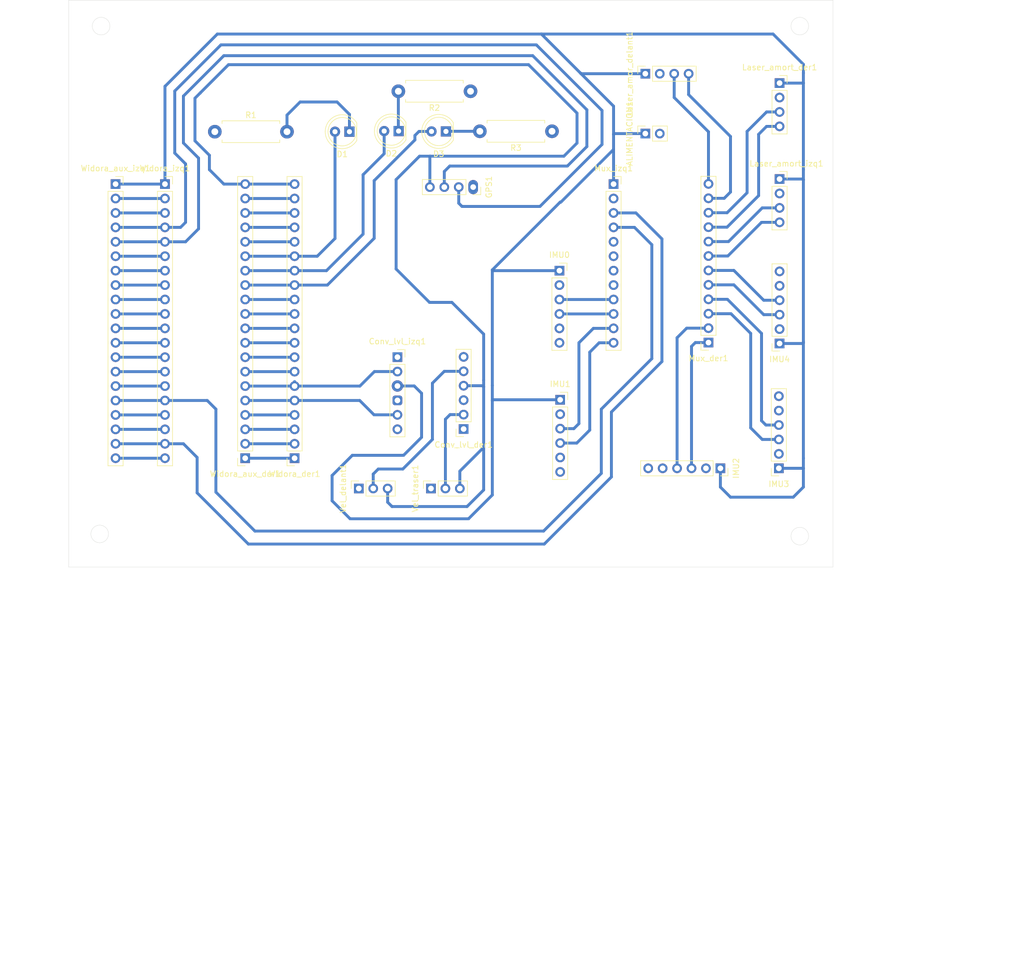
<source format=kicad_pcb>
(kicad_pcb (version 20171130) (host pcbnew "(5.1.9)-1")

  (general
    (thickness 1.6)
    (drawings 11)
    (tracks 276)
    (zones 0)
    (modules 26)
    (nets 73)
  )

  (page A4)
  (layers
    (0 F.Cu signal)
    (31 B.Cu signal hide)
    (32 B.Adhes user)
    (33 F.Adhes user)
    (34 B.Paste user)
    (35 F.Paste user)
    (36 B.SilkS user)
    (37 F.SilkS user)
    (38 B.Mask user)
    (39 F.Mask user)
    (40 Dwgs.User user)
    (41 Cmts.User user)
    (42 Eco1.User user)
    (43 Eco2.User user)
    (44 Edge.Cuts user)
    (45 Margin user)
    (46 B.CrtYd user)
    (47 F.CrtYd user)
    (48 B.Fab user)
    (49 F.Fab user)
  )

  (setup
    (last_trace_width 0.25)
    (user_trace_width 0.3)
    (user_trace_width 0.4)
    (user_trace_width 0.5)
    (user_trace_width 0.508)
    (trace_clearance 0.2)
    (zone_clearance 0.254)
    (zone_45_only no)
    (trace_min 0.2)
    (via_size 0.8)
    (via_drill 0.4)
    (via_min_size 0.4)
    (via_min_drill 0.3)
    (uvia_size 0.3)
    (uvia_drill 0.1)
    (uvias_allowed no)
    (uvia_min_size 0.2)
    (uvia_min_drill 0.1)
    (edge_width 0.05)
    (segment_width 0.2)
    (pcb_text_width 0.3)
    (pcb_text_size 1.5 1.5)
    (mod_edge_width 0.12)
    (mod_text_size 1 1)
    (mod_text_width 0.15)
    (pad_size 2.5 1.7)
    (pad_drill 1)
    (pad_to_mask_clearance 0)
    (aux_axis_origin 0 0)
    (grid_origin 137.16 88.265)
    (visible_elements 7FFFFFFF)
    (pcbplotparams
      (layerselection 0x010fc_ffffffff)
      (usegerberextensions false)
      (usegerberattributes true)
      (usegerberadvancedattributes true)
      (creategerberjobfile true)
      (excludeedgelayer true)
      (linewidth 0.100000)
      (plotframeref false)
      (viasonmask false)
      (mode 1)
      (useauxorigin false)
      (hpglpennumber 1)
      (hpglpenspeed 20)
      (hpglpendiameter 15.000000)
      (psnegative false)
      (psa4output false)
      (plotreference true)
      (plotvalue true)
      (plotinvisibletext false)
      (padsonsilk false)
      (subtractmaskfromsilk false)
      (outputformat 1)
      (mirror false)
      (drillshape 0)
      (scaleselection 1)
      (outputdirectory ""))
  )

  (net 0 "")
  (net 1 "Net-(D1-Pad1)")
  (net 2 /IO15)
  (net 3 /IO13)
  (net 4 "Net-(D2-Pad1)")
  (net 5 "Net-(D3-Pad1)")
  (net 6 /IO12)
  (net 7 /TXI1)
  (net 8 /RXO1)
  (net 9 +3V3)
  (net 10 GND)
  (net 11 /RXO2)
  (net 12 /TXI2)
  (net 13 /RXI1)
  (net 14 +5V)
  (net 15 /RXI2)
  (net 16 /TXO1)
  (net 17 /TXO2)
  (net 18 /RX2)
  (net 19 /TX2)
  (net 20 /SDA)
  (net 21 /TXD0)
  (net 22 /RXD0)
  (net 23 /SCL)
  (net 24 /IO19)
  (net 25 /IO23)
  (net 26 /IO18)
  (net 27 /IO5)
  (net 28 /SPID)
  (net 29 /SPIQ)
  (net 30 /CLK)
  (net 31 /CS0)
  (net 32 /WP)
  (net 33 /HD)
  (net 34 /VP)
  (net 35 /VN)
  (net 36 /PU)
  (net 37 /IO32)
  (net 38 /IO33)
  (net 39 /IO25)
  (net 40 /IO26)
  (net 41 /IO27)
  (net 42 /IO14)
  (net 43 /IO2)
  (net 44 /IO0)
  (net 45 /IO4)
  (net 46 /RST)
  (net 47 /SD0)
  (net 48 /SC0)
  (net 49 /SD1)
  (net 50 /SC1)
  (net 51 /SD5)
  (net 52 /SC5)
  (net 53 /SC6)
  (net 54 /SD6)
  (net 55 /SD7)
  (net 56 /SC7)
  (net 57 /SC4)
  (net 58 /SD4)
  (net 59 /SC3)
  (net 60 /SD3)
  (net 61 /SC2)
  (net 62 /SD2)
  (net 63 /INT0)
  (net 64 /FSYNC0)
  (net 65 /FSYNC3)
  (net 66 /INT3)
  (net 67 /FSYNC1)
  (net 68 /INT1)
  (net 69 /INT4)
  (net 70 /FSYNC4)
  (net 71 /INT2)
  (net 72 /FSYNC2)

  (net_class Default "This is the default net class."
    (clearance 0.2)
    (trace_width 0.25)
    (via_dia 0.8)
    (via_drill 0.4)
    (uvia_dia 0.3)
    (uvia_drill 0.1)
    (add_net +3V3)
    (add_net +5V)
    (add_net /CLK)
    (add_net /CS0)
    (add_net /FSYNC0)
    (add_net /FSYNC1)
    (add_net /FSYNC2)
    (add_net /FSYNC3)
    (add_net /FSYNC4)
    (add_net /HD)
    (add_net /INT0)
    (add_net /INT1)
    (add_net /INT2)
    (add_net /INT3)
    (add_net /INT4)
    (add_net /IO0)
    (add_net /IO12)
    (add_net /IO13)
    (add_net /IO14)
    (add_net /IO15)
    (add_net /IO18)
    (add_net /IO19)
    (add_net /IO2)
    (add_net /IO23)
    (add_net /IO25)
    (add_net /IO26)
    (add_net /IO27)
    (add_net /IO32)
    (add_net /IO33)
    (add_net /IO4)
    (add_net /IO5)
    (add_net /PU)
    (add_net /RST)
    (add_net /RX2)
    (add_net /RXD0)
    (add_net /RXI1)
    (add_net /RXI2)
    (add_net /RXO1)
    (add_net /RXO2)
    (add_net /SC0)
    (add_net /SC1)
    (add_net /SC2)
    (add_net /SC3)
    (add_net /SC4)
    (add_net /SC5)
    (add_net /SC6)
    (add_net /SC7)
    (add_net /SCL)
    (add_net /SD0)
    (add_net /SD1)
    (add_net /SD2)
    (add_net /SD3)
    (add_net /SD4)
    (add_net /SD5)
    (add_net /SD6)
    (add_net /SD7)
    (add_net /SDA)
    (add_net /SPID)
    (add_net /SPIQ)
    (add_net /TX2)
    (add_net /TXD0)
    (add_net /TXI1)
    (add_net /TXI2)
    (add_net /TXO1)
    (add_net /TXO2)
    (add_net /VN)
    (add_net /VP)
    (add_net /WP)
    (add_net GND)
    (add_net "Net-(D1-Pad1)")
    (add_net "Net-(D2-Pad1)")
    (add_net "Net-(D3-Pad1)")
  )

  (module Connector_PinSocket_2.54mm:PinSocket_1x06_P2.54mm_Vertical (layer F.Cu) (tedit 5A19A430) (tstamp 60F51546)
    (at 155.575 85.09)
    (descr "Through hole straight socket strip, 1x06, 2.54mm pitch, single row (from Kicad 4.0.7), script generated")
    (tags "Through hole socket strip THT 1x06 2.54mm single row")
    (path /60EEACA6)
    (fp_text reference IMU0 (at 0 -2.77) (layer F.SilkS)
      (effects (font (size 1 1) (thickness 0.15)))
    )
    (fp_text value Conn_01x06_Female (at 0 15.47) (layer F.Fab)
      (effects (font (size 1 1) (thickness 0.15)))
    )
    (fp_line (start -1.8 14.45) (end -1.8 -1.8) (layer F.CrtYd) (width 0.05))
    (fp_line (start 1.75 14.45) (end -1.8 14.45) (layer F.CrtYd) (width 0.05))
    (fp_line (start 1.75 -1.8) (end 1.75 14.45) (layer F.CrtYd) (width 0.05))
    (fp_line (start -1.8 -1.8) (end 1.75 -1.8) (layer F.CrtYd) (width 0.05))
    (fp_line (start 0 -1.33) (end 1.33 -1.33) (layer F.SilkS) (width 0.12))
    (fp_line (start 1.33 -1.33) (end 1.33 0) (layer F.SilkS) (width 0.12))
    (fp_line (start 1.33 1.27) (end 1.33 14.03) (layer F.SilkS) (width 0.12))
    (fp_line (start -1.33 14.03) (end 1.33 14.03) (layer F.SilkS) (width 0.12))
    (fp_line (start -1.33 1.27) (end -1.33 14.03) (layer F.SilkS) (width 0.12))
    (fp_line (start -1.33 1.27) (end 1.33 1.27) (layer F.SilkS) (width 0.12))
    (fp_line (start -1.27 13.97) (end -1.27 -1.27) (layer F.Fab) (width 0.1))
    (fp_line (start 1.27 13.97) (end -1.27 13.97) (layer F.Fab) (width 0.1))
    (fp_line (start 1.27 -0.635) (end 1.27 13.97) (layer F.Fab) (width 0.1))
    (fp_line (start 0.635 -1.27) (end 1.27 -0.635) (layer F.Fab) (width 0.1))
    (fp_line (start -1.27 -1.27) (end 0.635 -1.27) (layer F.Fab) (width 0.1))
    (fp_text user %R (at 0 6.35 90) (layer F.Fab)
      (effects (font (size 1 1) (thickness 0.15)))
    )
    (pad 6 thru_hole oval (at 0 12.7) (size 1.7 1.7) (drill 1) (layers *.Cu *.Mask)
      (net 64 /FSYNC0))
    (pad 5 thru_hole oval (at 0 10.16) (size 1.7 1.7) (drill 1) (layers *.Cu *.Mask)
      (net 63 /INT0))
    (pad 4 thru_hole oval (at 0 7.62) (size 1.7 1.7) (drill 1) (layers *.Cu *.Mask)
      (net 48 /SC0))
    (pad 3 thru_hole oval (at 0 5.08) (size 1.7 1.7) (drill 1) (layers *.Cu *.Mask)
      (net 47 /SD0))
    (pad 2 thru_hole oval (at 0 2.54) (size 1.7 1.7) (drill 1) (layers *.Cu *.Mask)
      (net 10 GND))
    (pad 1 thru_hole rect (at 0 0) (size 1.7 1.7) (drill 1) (layers *.Cu *.Mask)
      (net 9 +3V3))
    (model ${KISYS3DMOD}/Connector_PinSocket_2.54mm.3dshapes/PinSocket_1x06_P2.54mm_Vertical.wrl
      (at (xyz 0 0 0))
      (scale (xyz 1 1 1))
      (rotate (xyz 0 0 0))
    )
  )

  (module Connector_PinSocket_2.54mm:PinSocket_1x12_P2.54mm_Vertical (layer F.Cu) (tedit 5A19A41D) (tstamp 60EF05CB)
    (at 181.8005 97.7519 180)
    (descr "Through hole straight socket strip, 1x12, 2.54mm pitch, single row (from Kicad 4.0.7), script generated")
    (tags "Through hole socket strip THT 1x12 2.54mm single row")
    (path /60F93223)
    (fp_text reference Mux_der1 (at 0 -2.77) (layer F.SilkS)
      (effects (font (size 1 1) (thickness 0.15)))
    )
    (fp_text value Conn_01x12_Female (at 0 30.71) (layer F.Fab)
      (effects (font (size 1 1) (thickness 0.15)))
    )
    (fp_line (start -1.8 29.7) (end -1.8 -1.8) (layer F.CrtYd) (width 0.05))
    (fp_line (start 1.75 29.7) (end -1.8 29.7) (layer F.CrtYd) (width 0.05))
    (fp_line (start 1.75 -1.8) (end 1.75 29.7) (layer F.CrtYd) (width 0.05))
    (fp_line (start -1.8 -1.8) (end 1.75 -1.8) (layer F.CrtYd) (width 0.05))
    (fp_line (start 0 -1.33) (end 1.33 -1.33) (layer F.SilkS) (width 0.12))
    (fp_line (start 1.33 -1.33) (end 1.33 0) (layer F.SilkS) (width 0.12))
    (fp_line (start 1.33 1.27) (end 1.33 29.27) (layer F.SilkS) (width 0.12))
    (fp_line (start -1.33 29.27) (end 1.33 29.27) (layer F.SilkS) (width 0.12))
    (fp_line (start -1.33 1.27) (end -1.33 29.27) (layer F.SilkS) (width 0.12))
    (fp_line (start -1.33 1.27) (end 1.33 1.27) (layer F.SilkS) (width 0.12))
    (fp_line (start -1.27 29.21) (end -1.27 -1.27) (layer F.Fab) (width 0.1))
    (fp_line (start 1.27 29.21) (end -1.27 29.21) (layer F.Fab) (width 0.1))
    (fp_line (start 1.27 -0.635) (end 1.27 29.21) (layer F.Fab) (width 0.1))
    (fp_line (start 0.635 -1.27) (end 1.27 -0.635) (layer F.Fab) (width 0.1))
    (fp_line (start -1.27 -1.27) (end 0.635 -1.27) (layer F.Fab) (width 0.1))
    (fp_text user %R (at 0 13.97 90) (layer F.Fab)
      (effects (font (size 1 1) (thickness 0.15)))
    )
    (pad 12 thru_hole oval (at 0 27.94 180) (size 1.7 1.7) (drill 1) (layers *.Cu *.Mask)
      (net 56 /SC7))
    (pad 11 thru_hole oval (at 0 25.4 180) (size 1.7 1.7) (drill 1) (layers *.Cu *.Mask)
      (net 55 /SD7))
    (pad 10 thru_hole oval (at 0 22.86 180) (size 1.7 1.7) (drill 1) (layers *.Cu *.Mask)
      (net 53 /SC6))
    (pad 9 thru_hole oval (at 0 20.32 180) (size 1.7 1.7) (drill 1) (layers *.Cu *.Mask)
      (net 54 /SD6))
    (pad 8 thru_hole oval (at 0 17.78 180) (size 1.7 1.7) (drill 1) (layers *.Cu *.Mask)
      (net 52 /SC5))
    (pad 7 thru_hole oval (at 0 15.24 180) (size 1.7 1.7) (drill 1) (layers *.Cu *.Mask)
      (net 51 /SD5))
    (pad 6 thru_hole oval (at 0 12.7 180) (size 1.7 1.7) (drill 1) (layers *.Cu *.Mask)
      (net 57 /SC4))
    (pad 5 thru_hole oval (at 0 10.16 180) (size 1.7 1.7) (drill 1) (layers *.Cu *.Mask)
      (net 58 /SD4))
    (pad 4 thru_hole oval (at 0 7.62 180) (size 1.7 1.7) (drill 1) (layers *.Cu *.Mask)
      (net 59 /SC3))
    (pad 3 thru_hole oval (at 0 5.08 180) (size 1.7 1.7) (drill 1) (layers *.Cu *.Mask)
      (net 60 /SD3))
    (pad 2 thru_hole oval (at 0 2.54 180) (size 1.7 1.7) (drill 1) (layers *.Cu *.Mask)
      (net 61 /SC2))
    (pad 1 thru_hole rect (at 0 0 180) (size 1.7 1.7) (drill 1) (layers *.Cu *.Mask)
      (net 62 /SD2))
    (model ${KISYS3DMOD}/Connector_PinSocket_2.54mm.3dshapes/PinSocket_1x12_P2.54mm_Vertical.wrl
      (at (xyz 0 0 0))
      (scale (xyz 1 1 1))
      (rotate (xyz 0 0 0))
    )
  )

  (module Connector_PinSocket_2.54mm:PinSocket_1x12_P2.54mm_Vertical (layer F.Cu) (tedit 5A19A41D) (tstamp 60EF05EB)
    (at 165.1 69.85)
    (descr "Through hole straight socket strip, 1x12, 2.54mm pitch, single row (from Kicad 4.0.7), script generated")
    (tags "Through hole socket strip THT 1x12 2.54mm single row")
    (path /60F8F88D)
    (fp_text reference Mux_izq1 (at 0 -2.77) (layer F.SilkS)
      (effects (font (size 1 1) (thickness 0.15)))
    )
    (fp_text value Conn_01x12_Female (at 0 30.71) (layer F.Fab)
      (effects (font (size 1 1) (thickness 0.15)))
    )
    (fp_line (start -1.8 29.7) (end -1.8 -1.8) (layer F.CrtYd) (width 0.05))
    (fp_line (start 1.75 29.7) (end -1.8 29.7) (layer F.CrtYd) (width 0.05))
    (fp_line (start 1.75 -1.8) (end 1.75 29.7) (layer F.CrtYd) (width 0.05))
    (fp_line (start -1.8 -1.8) (end 1.75 -1.8) (layer F.CrtYd) (width 0.05))
    (fp_line (start 0 -1.33) (end 1.33 -1.33) (layer F.SilkS) (width 0.12))
    (fp_line (start 1.33 -1.33) (end 1.33 0) (layer F.SilkS) (width 0.12))
    (fp_line (start 1.33 1.27) (end 1.33 29.27) (layer F.SilkS) (width 0.12))
    (fp_line (start -1.33 29.27) (end 1.33 29.27) (layer F.SilkS) (width 0.12))
    (fp_line (start -1.33 1.27) (end -1.33 29.27) (layer F.SilkS) (width 0.12))
    (fp_line (start -1.33 1.27) (end 1.33 1.27) (layer F.SilkS) (width 0.12))
    (fp_line (start -1.27 29.21) (end -1.27 -1.27) (layer F.Fab) (width 0.1))
    (fp_line (start 1.27 29.21) (end -1.27 29.21) (layer F.Fab) (width 0.1))
    (fp_line (start 1.27 -0.635) (end 1.27 29.21) (layer F.Fab) (width 0.1))
    (fp_line (start 0.635 -1.27) (end 1.27 -0.635) (layer F.Fab) (width 0.1))
    (fp_line (start -1.27 -1.27) (end 0.635 -1.27) (layer F.Fab) (width 0.1))
    (fp_text user %R (at 0 13.97 90) (layer F.Fab)
      (effects (font (size 1 1) (thickness 0.15)))
    )
    (pad 12 thru_hole oval (at 0 27.94) (size 1.7 1.7) (drill 1) (layers *.Cu *.Mask)
      (net 50 /SC1))
    (pad 11 thru_hole oval (at 0 25.4) (size 1.7 1.7) (drill 1) (layers *.Cu *.Mask)
      (net 49 /SD1))
    (pad 10 thru_hole oval (at 0 22.86) (size 1.7 1.7) (drill 1) (layers *.Cu *.Mask)
      (net 48 /SC0))
    (pad 9 thru_hole oval (at 0 20.32) (size 1.7 1.7) (drill 1) (layers *.Cu *.Mask)
      (net 47 /SD0))
    (pad 8 thru_hole oval (at 0 17.78) (size 1.7 1.7) (drill 1) (layers *.Cu *.Mask)
      (net 10 GND))
    (pad 7 thru_hole oval (at 0 15.24) (size 1.7 1.7) (drill 1) (layers *.Cu *.Mask)
      (net 10 GND))
    (pad 6 thru_hole oval (at 0 12.7) (size 1.7 1.7) (drill 1) (layers *.Cu *.Mask)
      (net 10 GND))
    (pad 5 thru_hole oval (at 0 10.16) (size 1.7 1.7) (drill 1) (layers *.Cu *.Mask)
      (net 46 /RST))
    (pad 4 thru_hole oval (at 0 7.62) (size 1.7 1.7) (drill 1) (layers *.Cu *.Mask)
      (net 23 /SCL))
    (pad 3 thru_hole oval (at 0 5.08) (size 1.7 1.7) (drill 1) (layers *.Cu *.Mask)
      (net 20 /SDA))
    (pad 2 thru_hole oval (at 0 2.54) (size 1.7 1.7) (drill 1) (layers *.Cu *.Mask)
      (net 10 GND))
    (pad 1 thru_hole rect (at 0 0) (size 1.7 1.7) (drill 1) (layers *.Cu *.Mask)
      (net 9 +3V3))
    (model ${KISYS3DMOD}/Connector_PinSocket_2.54mm.3dshapes/PinSocket_1x12_P2.54mm_Vertical.wrl
      (at (xyz 0 0 0))
      (scale (xyz 1 1 1))
      (rotate (xyz 0 0 0))
    )
  )

  (module Connector_PinSocket_2.54mm:PinSocket_1x03_P2.54mm_Vertical (layer F.Cu) (tedit 5A19A429) (tstamp 60F51612)
    (at 132.969 123.444 90)
    (descr "Through hole straight socket strip, 1x03, 2.54mm pitch, single row (from Kicad 4.0.7), script generated")
    (tags "Through hole socket strip THT 1x03 2.54mm single row")
    (path /610742B6)
    (fp_text reference Vel_traser1 (at 0 -2.77 90) (layer F.SilkS)
      (effects (font (size 1 1) (thickness 0.15)))
    )
    (fp_text value Conn_01x03_Female (at 0 7.85 90) (layer F.Fab)
      (effects (font (size 1 1) (thickness 0.15)))
    )
    (fp_line (start -1.8 6.85) (end -1.8 -1.8) (layer F.CrtYd) (width 0.05))
    (fp_line (start 1.75 6.85) (end -1.8 6.85) (layer F.CrtYd) (width 0.05))
    (fp_line (start 1.75 -1.8) (end 1.75 6.85) (layer F.CrtYd) (width 0.05))
    (fp_line (start -1.8 -1.8) (end 1.75 -1.8) (layer F.CrtYd) (width 0.05))
    (fp_line (start 0 -1.33) (end 1.33 -1.33) (layer F.SilkS) (width 0.12))
    (fp_line (start 1.33 -1.33) (end 1.33 0) (layer F.SilkS) (width 0.12))
    (fp_line (start 1.33 1.27) (end 1.33 6.41) (layer F.SilkS) (width 0.12))
    (fp_line (start -1.33 6.41) (end 1.33 6.41) (layer F.SilkS) (width 0.12))
    (fp_line (start -1.33 1.27) (end -1.33 6.41) (layer F.SilkS) (width 0.12))
    (fp_line (start -1.33 1.27) (end 1.33 1.27) (layer F.SilkS) (width 0.12))
    (fp_line (start -1.27 6.35) (end -1.27 -1.27) (layer F.Fab) (width 0.1))
    (fp_line (start 1.27 6.35) (end -1.27 6.35) (layer F.Fab) (width 0.1))
    (fp_line (start 1.27 -0.635) (end 1.27 6.35) (layer F.Fab) (width 0.1))
    (fp_line (start 0.635 -1.27) (end 1.27 -0.635) (layer F.Fab) (width 0.1))
    (fp_line (start -1.27 -1.27) (end 0.635 -1.27) (layer F.Fab) (width 0.1))
    (fp_text user %R (at 0 2.54) (layer F.Fab)
      (effects (font (size 1 1) (thickness 0.15)))
    )
    (pad 3 thru_hole oval (at 0 5.08 90) (size 1.7 1.7) (drill 1) (layers *.Cu *.Mask)
      (net 14 +5V))
    (pad 2 thru_hole oval (at 0 2.54 90) (size 1.7 1.7) (drill 1) (layers *.Cu *.Mask)
      (net 15 /RXI2))
    (pad 1 thru_hole rect (at 0 0 90) (size 1.7 1.7) (drill 1) (layers *.Cu *.Mask)
      (net 10 GND))
    (model ${KISYS3DMOD}/Connector_PinSocket_2.54mm.3dshapes/PinSocket_1x03_P2.54mm_Vertical.wrl
      (at (xyz 0 0 0))
      (scale (xyz 1 1 1))
      (rotate (xyz 0 0 0))
    )
  )

  (module Resistor_THT:R_Axial_DIN0411_L9.9mm_D3.6mm_P12.70mm_Horizontal (layer F.Cu) (tedit 5AE5139B) (tstamp 60EF0619)
    (at 139.9286 53.50764 180)
    (descr "Resistor, Axial_DIN0411 series, Axial, Horizontal, pin pitch=12.7mm, 1W, length*diameter=9.9*3.6mm^2")
    (tags "Resistor Axial_DIN0411 series Axial Horizontal pin pitch 12.7mm 1W length 9.9mm diameter 3.6mm")
    (path /6129E10F)
    (fp_text reference R2 (at 6.35 -2.92) (layer F.SilkS)
      (effects (font (size 1 1) (thickness 0.15)))
    )
    (fp_text value 220 (at 6.35 2.92) (layer F.Fab)
      (effects (font (size 1 1) (thickness 0.15)))
    )
    (fp_line (start 14.15 -2.05) (end -1.45 -2.05) (layer F.CrtYd) (width 0.05))
    (fp_line (start 14.15 2.05) (end 14.15 -2.05) (layer F.CrtYd) (width 0.05))
    (fp_line (start -1.45 2.05) (end 14.15 2.05) (layer F.CrtYd) (width 0.05))
    (fp_line (start -1.45 -2.05) (end -1.45 2.05) (layer F.CrtYd) (width 0.05))
    (fp_line (start 11.42 1.92) (end 11.42 1.44) (layer F.SilkS) (width 0.12))
    (fp_line (start 1.28 1.92) (end 11.42 1.92) (layer F.SilkS) (width 0.12))
    (fp_line (start 1.28 1.44) (end 1.28 1.92) (layer F.SilkS) (width 0.12))
    (fp_line (start 11.42 -1.92) (end 11.42 -1.44) (layer F.SilkS) (width 0.12))
    (fp_line (start 1.28 -1.92) (end 11.42 -1.92) (layer F.SilkS) (width 0.12))
    (fp_line (start 1.28 -1.44) (end 1.28 -1.92) (layer F.SilkS) (width 0.12))
    (fp_line (start 12.7 0) (end 11.3 0) (layer F.Fab) (width 0.1))
    (fp_line (start 0 0) (end 1.4 0) (layer F.Fab) (width 0.1))
    (fp_line (start 11.3 -1.8) (end 1.4 -1.8) (layer F.Fab) (width 0.1))
    (fp_line (start 11.3 1.8) (end 11.3 -1.8) (layer F.Fab) (width 0.1))
    (fp_line (start 1.4 1.8) (end 11.3 1.8) (layer F.Fab) (width 0.1))
    (fp_line (start 1.4 -1.8) (end 1.4 1.8) (layer F.Fab) (width 0.1))
    (fp_text user %R (at 6.35 0) (layer F.Fab)
      (effects (font (size 1 1) (thickness 0.15)))
    )
    (pad 2 thru_hole oval (at 12.7 0 180) (size 2.4 2.4) (drill 1.2) (layers *.Cu *.Mask)
      (net 4 "Net-(D2-Pad1)"))
    (pad 1 thru_hole circle (at 0 0 180) (size 2.4 2.4) (drill 1.2) (layers *.Cu *.Mask)
      (net 10 GND))
    (model ${KISYS3DMOD}/Resistor_THT.3dshapes/R_Axial_DIN0411_L9.9mm_D3.6mm_P12.70mm_Horizontal.wrl
      (at (xyz 0 0 0))
      (scale (xyz 1 1 1))
      (rotate (xyz 0 0 0))
    )
  )

  (module Connector_PinSocket_2.54mm:PinSocket_1x02_P2.54mm_Vertical (layer F.Cu) (tedit 5A19A420) (tstamp 6139B3EB)
    (at 170.688 60.96 90)
    (descr "Through hole straight socket strip, 1x02, 2.54mm pitch, single row (from Kicad 4.0.7), script generated")
    (tags "Through hole socket strip THT 1x02 2.54mm single row")
    (path /60F5A07D)
    (fp_text reference ALIMENTACION1 (at 0 -2.77 90) (layer F.SilkS)
      (effects (font (size 1 1) (thickness 0.15)))
    )
    (fp_text value Conn_01x02_Female (at 0 5.31 90) (layer F.Fab)
      (effects (font (size 1 1) (thickness 0.15)))
    )
    (fp_line (start -1.27 -1.27) (end 0.635 -1.27) (layer F.Fab) (width 0.1))
    (fp_line (start 0.635 -1.27) (end 1.27 -0.635) (layer F.Fab) (width 0.1))
    (fp_line (start 1.27 -0.635) (end 1.27 3.81) (layer F.Fab) (width 0.1))
    (fp_line (start 1.27 3.81) (end -1.27 3.81) (layer F.Fab) (width 0.1))
    (fp_line (start -1.27 3.81) (end -1.27 -1.27) (layer F.Fab) (width 0.1))
    (fp_line (start -1.33 1.27) (end 1.33 1.27) (layer F.SilkS) (width 0.12))
    (fp_line (start -1.33 1.27) (end -1.33 3.87) (layer F.SilkS) (width 0.12))
    (fp_line (start -1.33 3.87) (end 1.33 3.87) (layer F.SilkS) (width 0.12))
    (fp_line (start 1.33 1.27) (end 1.33 3.87) (layer F.SilkS) (width 0.12))
    (fp_line (start 1.33 -1.33) (end 1.33 0) (layer F.SilkS) (width 0.12))
    (fp_line (start 0 -1.33) (end 1.33 -1.33) (layer F.SilkS) (width 0.12))
    (fp_line (start -1.8 -1.8) (end 1.75 -1.8) (layer F.CrtYd) (width 0.05))
    (fp_line (start 1.75 -1.8) (end 1.75 4.3) (layer F.CrtYd) (width 0.05))
    (fp_line (start 1.75 4.3) (end -1.8 4.3) (layer F.CrtYd) (width 0.05))
    (fp_line (start -1.8 4.3) (end -1.8 -1.8) (layer F.CrtYd) (width 0.05))
    (fp_text user %R (at 0 1.27) (layer F.Fab)
      (effects (font (size 1 1) (thickness 0.15)))
    )
    (pad 1 thru_hole rect (at 0 0 90) (size 1.7 1.7) (drill 1) (layers *.Cu *.Mask)
      (net 9 +3V3))
    (pad 2 thru_hole oval (at 0 2.54 90) (size 1.7 1.7) (drill 1) (layers *.Cu *.Mask)
      (net 10 GND))
    (model ${KISYS3DMOD}/Connector_PinSocket_2.54mm.3dshapes/PinSocket_1x02_P2.54mm_Vertical.wrl
      (at (xyz 0 0 0))
      (scale (xyz 1 1 1))
      (rotate (xyz 0 0 0))
    )
  )

  (module Connector_PinSocket_2.54mm:PinSocket_1x20_P2.54mm_Vertical (layer F.Cu) (tedit 5A19A41E) (tstamp 60F50089)
    (at 86.16 69.85)
    (descr "Through hole straight socket strip, 1x20, 2.54mm pitch, single row (from Kicad 4.0.7), script generated")
    (tags "Through hole socket strip THT 1x20 2.54mm single row")
    (path /60EBA48F)
    (fp_text reference Widora_izq1 (at 0 -2.77) (layer F.SilkS)
      (effects (font (size 1 1) (thickness 0.15)))
    )
    (fp_text value Conn_01x20_Female (at 0 51.03) (layer F.Fab)
      (effects (font (size 1 1) (thickness 0.15)))
    )
    (fp_line (start -1.8 50) (end -1.8 -1.8) (layer F.CrtYd) (width 0.05))
    (fp_line (start 1.75 50) (end -1.8 50) (layer F.CrtYd) (width 0.05))
    (fp_line (start 1.75 -1.8) (end 1.75 50) (layer F.CrtYd) (width 0.05))
    (fp_line (start -1.8 -1.8) (end 1.75 -1.8) (layer F.CrtYd) (width 0.05))
    (fp_line (start 0 -1.33) (end 1.33 -1.33) (layer F.SilkS) (width 0.12))
    (fp_line (start 1.33 -1.33) (end 1.33 0) (layer F.SilkS) (width 0.12))
    (fp_line (start 1.33 1.27) (end 1.33 49.59) (layer F.SilkS) (width 0.12))
    (fp_line (start -1.33 49.59) (end 1.33 49.59) (layer F.SilkS) (width 0.12))
    (fp_line (start -1.33 1.27) (end -1.33 49.59) (layer F.SilkS) (width 0.12))
    (fp_line (start -1.33 1.27) (end 1.33 1.27) (layer F.SilkS) (width 0.12))
    (fp_line (start -1.27 49.53) (end -1.27 -1.27) (layer F.Fab) (width 0.1))
    (fp_line (start 1.27 49.53) (end -1.27 49.53) (layer F.Fab) (width 0.1))
    (fp_line (start 1.27 -0.635) (end 1.27 49.53) (layer F.Fab) (width 0.1))
    (fp_line (start 0.635 -1.27) (end 1.27 -0.635) (layer F.Fab) (width 0.1))
    (fp_line (start -1.27 -1.27) (end 0.635 -1.27) (layer F.Fab) (width 0.1))
    (fp_text user %R (at 0 24.13 90) (layer F.Fab)
      (effects (font (size 1 1) (thickness 0.15)))
    )
    (pad 20 thru_hole oval (at 0 48.26) (size 1.7 1.7) (drill 1) (layers *.Cu *.Mask)
      (net 10 GND))
    (pad 19 thru_hole oval (at 0 45.72) (size 1.7 1.7) (drill 1) (layers *.Cu *.Mask)
      (net 20 /SDA))
    (pad 18 thru_hole oval (at 0 43.18) (size 1.7 1.7) (drill 1) (layers *.Cu *.Mask)
      (net 21 /TXD0))
    (pad 17 thru_hole oval (at 0 40.64) (size 1.7 1.7) (drill 1) (layers *.Cu *.Mask)
      (net 22 /RXD0))
    (pad 16 thru_hole oval (at 0 38.1) (size 1.7 1.7) (drill 1) (layers *.Cu *.Mask)
      (net 23 /SCL))
    (pad 15 thru_hole oval (at 0 35.56) (size 1.7 1.7) (drill 1) (layers *.Cu *.Mask)
      (net 24 /IO19))
    (pad 14 thru_hole oval (at 0 33.02) (size 1.7 1.7) (drill 1) (layers *.Cu *.Mask)
      (net 25 /IO23))
    (pad 13 thru_hole oval (at 0 30.48) (size 1.7 1.7) (drill 1) (layers *.Cu *.Mask)
      (net 26 /IO18))
    (pad 12 thru_hole oval (at 0 27.94) (size 1.7 1.7) (drill 1) (layers *.Cu *.Mask)
      (net 27 /IO5))
    (pad 11 thru_hole oval (at 0 25.4) (size 1.7 1.7) (drill 1) (layers *.Cu *.Mask)
      (net 28 /SPID))
    (pad 10 thru_hole oval (at 0 22.86) (size 1.7 1.7) (drill 1) (layers *.Cu *.Mask)
      (net 29 /SPIQ))
    (pad 9 thru_hole oval (at 0 20.32) (size 1.7 1.7) (drill 1) (layers *.Cu *.Mask)
      (net 30 /CLK))
    (pad 8 thru_hole oval (at 0 17.78) (size 1.7 1.7) (drill 1) (layers *.Cu *.Mask)
      (net 31 /CS0))
    (pad 7 thru_hole oval (at 0 15.24) (size 1.7 1.7) (drill 1) (layers *.Cu *.Mask)
      (net 32 /WP))
    (pad 6 thru_hole oval (at 0 12.7) (size 1.7 1.7) (drill 1) (layers *.Cu *.Mask)
      (net 33 /HD))
    (pad 5 thru_hole oval (at 0 10.16) (size 1.7 1.7) (drill 1) (layers *.Cu *.Mask)
      (net 19 /TX2))
    (pad 4 thru_hole oval (at 0 7.62) (size 1.7 1.7) (drill 1) (layers *.Cu *.Mask)
      (net 18 /RX2))
    (pad 3 thru_hole oval (at 0 5.08) (size 1.7 1.7) (drill 1) (layers *.Cu *.Mask)
      (net 9 +3V3))
    (pad 2 thru_hole oval (at 0 2.54) (size 1.7 1.7) (drill 1) (layers *.Cu *.Mask)
      (net 10 GND))
    (pad 1 thru_hole rect (at 0 0) (size 1.7 1.7) (drill 1) (layers *.Cu *.Mask)
      (net 9 +3V3))
    (model ${KISYS3DMOD}/Connector_PinSocket_2.54mm.3dshapes/PinSocket_1x20_P2.54mm_Vertical.wrl
      (at (xyz 0 0 0))
      (scale (xyz 1 1 1))
      (rotate (xyz 0 0 0))
    )
  )

  (module Connector_PinSocket_2.54mm:PinSocket_1x20_P2.54mm_Vertical (layer F.Cu) (tedit 5A19A41E) (tstamp 60F500FE)
    (at 108.97 118.11 180)
    (descr "Through hole straight socket strip, 1x20, 2.54mm pitch, single row (from Kicad 4.0.7), script generated")
    (tags "Through hole socket strip THT 1x20 2.54mm single row")
    (path /60EBD342)
    (fp_text reference Widora_der1 (at 0 -2.77) (layer F.SilkS)
      (effects (font (size 1 1) (thickness 0.15)))
    )
    (fp_text value Conn_01x20_Female (at 0 51.03) (layer F.Fab)
      (effects (font (size 1 1) (thickness 0.15)))
    )
    (fp_line (start -1.8 50) (end -1.8 -1.8) (layer F.CrtYd) (width 0.05))
    (fp_line (start 1.75 50) (end -1.8 50) (layer F.CrtYd) (width 0.05))
    (fp_line (start 1.75 -1.8) (end 1.75 50) (layer F.CrtYd) (width 0.05))
    (fp_line (start -1.8 -1.8) (end 1.75 -1.8) (layer F.CrtYd) (width 0.05))
    (fp_line (start 0 -1.33) (end 1.33 -1.33) (layer F.SilkS) (width 0.12))
    (fp_line (start 1.33 -1.33) (end 1.33 0) (layer F.SilkS) (width 0.12))
    (fp_line (start 1.33 1.27) (end 1.33 49.59) (layer F.SilkS) (width 0.12))
    (fp_line (start -1.33 49.59) (end 1.33 49.59) (layer F.SilkS) (width 0.12))
    (fp_line (start -1.33 1.27) (end -1.33 49.59) (layer F.SilkS) (width 0.12))
    (fp_line (start -1.33 1.27) (end 1.33 1.27) (layer F.SilkS) (width 0.12))
    (fp_line (start -1.27 49.53) (end -1.27 -1.27) (layer F.Fab) (width 0.1))
    (fp_line (start 1.27 49.53) (end -1.27 49.53) (layer F.Fab) (width 0.1))
    (fp_line (start 1.27 -0.635) (end 1.27 49.53) (layer F.Fab) (width 0.1))
    (fp_line (start 0.635 -1.27) (end 1.27 -0.635) (layer F.Fab) (width 0.1))
    (fp_line (start -1.27 -1.27) (end 0.635 -1.27) (layer F.Fab) (width 0.1))
    (fp_text user %R (at 0 24.13 90) (layer F.Fab)
      (effects (font (size 1 1) (thickness 0.15)))
    )
    (pad 20 thru_hole oval (at 0 48.26 180) (size 1.7 1.7) (drill 1) (layers *.Cu *.Mask)
      (net 14 +5V))
    (pad 19 thru_hole oval (at 0 45.72 180) (size 1.7 1.7) (drill 1) (layers *.Cu *.Mask)
      (net 10 GND))
    (pad 18 thru_hole oval (at 0 43.18 180) (size 1.7 1.7) (drill 1) (layers *.Cu *.Mask)
      (net 45 /IO4))
    (pad 17 thru_hole oval (at 0 40.64 180) (size 1.7 1.7) (drill 1) (layers *.Cu *.Mask)
      (net 44 /IO0))
    (pad 16 thru_hole oval (at 0 38.1 180) (size 1.7 1.7) (drill 1) (layers *.Cu *.Mask)
      (net 43 /IO2))
    (pad 15 thru_hole oval (at 0 35.56 180) (size 1.7 1.7) (drill 1) (layers *.Cu *.Mask)
      (net 2 /IO15))
    (pad 14 thru_hole oval (at 0 33.02 180) (size 1.7 1.7) (drill 1) (layers *.Cu *.Mask)
      (net 3 /IO13))
    (pad 13 thru_hole oval (at 0 30.48 180) (size 1.7 1.7) (drill 1) (layers *.Cu *.Mask)
      (net 6 /IO12))
    (pad 12 thru_hole oval (at 0 27.94 180) (size 1.7 1.7) (drill 1) (layers *.Cu *.Mask)
      (net 42 /IO14))
    (pad 11 thru_hole oval (at 0 25.4 180) (size 1.7 1.7) (drill 1) (layers *.Cu *.Mask)
      (net 41 /IO27))
    (pad 10 thru_hole oval (at 0 22.86 180) (size 1.7 1.7) (drill 1) (layers *.Cu *.Mask)
      (net 40 /IO26))
    (pad 9 thru_hole oval (at 0 20.32 180) (size 1.7 1.7) (drill 1) (layers *.Cu *.Mask)
      (net 39 /IO25))
    (pad 8 thru_hole oval (at 0 17.78 180) (size 1.7 1.7) (drill 1) (layers *.Cu *.Mask)
      (net 38 /IO33))
    (pad 7 thru_hole oval (at 0 15.24 180) (size 1.7 1.7) (drill 1) (layers *.Cu *.Mask)
      (net 37 /IO32))
    (pad 6 thru_hole oval (at 0 12.7 180) (size 1.7 1.7) (drill 1) (layers *.Cu *.Mask)
      (net 8 /RXO1))
    (pad 5 thru_hole oval (at 0 10.16 180) (size 1.7 1.7) (drill 1) (layers *.Cu *.Mask)
      (net 11 /RXO2))
    (pad 4 thru_hole oval (at 0 7.62 180) (size 1.7 1.7) (drill 1) (layers *.Cu *.Mask)
      (net 36 /PU))
    (pad 3 thru_hole oval (at 0 5.08 180) (size 1.7 1.7) (drill 1) (layers *.Cu *.Mask)
      (net 35 /VN))
    (pad 2 thru_hole oval (at 0 2.54 180) (size 1.7 1.7) (drill 1) (layers *.Cu *.Mask)
      (net 34 /VP))
    (pad 1 thru_hole rect (at 0 0 180) (size 1.7 1.7) (drill 1) (layers *.Cu *.Mask)
      (net 10 GND))
    (model ${KISYS3DMOD}/Connector_PinSocket_2.54mm.3dshapes/PinSocket_1x20_P2.54mm_Vertical.wrl
      (at (xyz 0 0 0))
      (scale (xyz 1 1 1))
      (rotate (xyz 0 0 0))
    )
  )

  (module Connector_PinSocket_2.54mm:PinSocket_1x20_P2.54mm_Vertical (layer F.Cu) (tedit 5A19A41E) (tstamp 60F501E8)
    (at 77.47 69.85)
    (descr "Through hole straight socket strip, 1x20, 2.54mm pitch, single row (from Kicad 4.0.7), script generated")
    (tags "Through hole socket strip THT 1x20 2.54mm single row")
    (path /611BC8C7)
    (fp_text reference Widora_aux_izq1 (at 0 -2.77) (layer F.SilkS)
      (effects (font (size 1 1) (thickness 0.15)))
    )
    (fp_text value Conn_01x20_Female (at 0 51.03) (layer F.Fab)
      (effects (font (size 1 1) (thickness 0.15)))
    )
    (fp_line (start -1.8 50) (end -1.8 -1.8) (layer F.CrtYd) (width 0.05))
    (fp_line (start 1.75 50) (end -1.8 50) (layer F.CrtYd) (width 0.05))
    (fp_line (start 1.75 -1.8) (end 1.75 50) (layer F.CrtYd) (width 0.05))
    (fp_line (start -1.8 -1.8) (end 1.75 -1.8) (layer F.CrtYd) (width 0.05))
    (fp_line (start 0 -1.33) (end 1.33 -1.33) (layer F.SilkS) (width 0.12))
    (fp_line (start 1.33 -1.33) (end 1.33 0) (layer F.SilkS) (width 0.12))
    (fp_line (start 1.33 1.27) (end 1.33 49.59) (layer F.SilkS) (width 0.12))
    (fp_line (start -1.33 49.59) (end 1.33 49.59) (layer F.SilkS) (width 0.12))
    (fp_line (start -1.33 1.27) (end -1.33 49.59) (layer F.SilkS) (width 0.12))
    (fp_line (start -1.33 1.27) (end 1.33 1.27) (layer F.SilkS) (width 0.12))
    (fp_line (start -1.27 49.53) (end -1.27 -1.27) (layer F.Fab) (width 0.1))
    (fp_line (start 1.27 49.53) (end -1.27 49.53) (layer F.Fab) (width 0.1))
    (fp_line (start 1.27 -0.635) (end 1.27 49.53) (layer F.Fab) (width 0.1))
    (fp_line (start 0.635 -1.27) (end 1.27 -0.635) (layer F.Fab) (width 0.1))
    (fp_line (start -1.27 -1.27) (end 0.635 -1.27) (layer F.Fab) (width 0.1))
    (fp_text user %R (at 0 24.13 90) (layer F.Fab)
      (effects (font (size 1 1) (thickness 0.15)))
    )
    (pad 20 thru_hole oval (at 0 48.26) (size 1.7 1.7) (drill 1) (layers *.Cu *.Mask)
      (net 10 GND))
    (pad 19 thru_hole oval (at 0 45.72) (size 1.7 1.7) (drill 1) (layers *.Cu *.Mask)
      (net 20 /SDA))
    (pad 18 thru_hole oval (at 0 43.18) (size 1.7 1.7) (drill 1) (layers *.Cu *.Mask)
      (net 21 /TXD0))
    (pad 17 thru_hole oval (at 0 40.64) (size 1.7 1.7) (drill 1) (layers *.Cu *.Mask)
      (net 22 /RXD0))
    (pad 16 thru_hole oval (at 0 38.1) (size 1.7 1.7) (drill 1) (layers *.Cu *.Mask)
      (net 23 /SCL))
    (pad 15 thru_hole oval (at 0 35.56) (size 1.7 1.7) (drill 1) (layers *.Cu *.Mask)
      (net 24 /IO19))
    (pad 14 thru_hole oval (at 0 33.02) (size 1.7 1.7) (drill 1) (layers *.Cu *.Mask)
      (net 25 /IO23))
    (pad 13 thru_hole oval (at 0 30.48) (size 1.7 1.7) (drill 1) (layers *.Cu *.Mask)
      (net 26 /IO18))
    (pad 12 thru_hole oval (at 0 27.94) (size 1.7 1.7) (drill 1) (layers *.Cu *.Mask)
      (net 27 /IO5))
    (pad 11 thru_hole oval (at 0 25.4) (size 1.7 1.7) (drill 1) (layers *.Cu *.Mask)
      (net 28 /SPID))
    (pad 10 thru_hole oval (at 0 22.86) (size 1.7 1.7) (drill 1) (layers *.Cu *.Mask)
      (net 29 /SPIQ))
    (pad 9 thru_hole oval (at 0 20.32) (size 1.7 1.7) (drill 1) (layers *.Cu *.Mask)
      (net 30 /CLK))
    (pad 8 thru_hole oval (at 0 17.78) (size 1.7 1.7) (drill 1) (layers *.Cu *.Mask)
      (net 31 /CS0))
    (pad 7 thru_hole oval (at 0 15.24) (size 1.7 1.7) (drill 1) (layers *.Cu *.Mask)
      (net 32 /WP))
    (pad 6 thru_hole oval (at 0 12.7) (size 1.7 1.7) (drill 1) (layers *.Cu *.Mask)
      (net 33 /HD))
    (pad 5 thru_hole oval (at 0 10.16) (size 1.7 1.7) (drill 1) (layers *.Cu *.Mask)
      (net 19 /TX2))
    (pad 4 thru_hole oval (at 0 7.62) (size 1.7 1.7) (drill 1) (layers *.Cu *.Mask)
      (net 18 /RX2))
    (pad 3 thru_hole oval (at 0 5.08) (size 1.7 1.7) (drill 1) (layers *.Cu *.Mask)
      (net 9 +3V3))
    (pad 2 thru_hole oval (at 0 2.54) (size 1.7 1.7) (drill 1) (layers *.Cu *.Mask)
      (net 10 GND))
    (pad 1 thru_hole rect (at 0 0) (size 1.7 1.7) (drill 1) (layers *.Cu *.Mask)
      (net 9 +3V3))
    (model ${KISYS3DMOD}/Connector_PinSocket_2.54mm.3dshapes/PinSocket_1x20_P2.54mm_Vertical.wrl
      (at (xyz 0 0 0))
      (scale (xyz 1 1 1))
      (rotate (xyz 0 0 0))
    )
  )

  (module Connector_PinSocket_2.54mm:PinSocket_1x20_P2.54mm_Vertical (layer F.Cu) (tedit 5A19A41E) (tstamp 60F50173)
    (at 100.28 118.11 180)
    (descr "Through hole straight socket strip, 1x20, 2.54mm pitch, single row (from Kicad 4.0.7), script generated")
    (tags "Through hole socket strip THT 1x20 2.54mm single row")
    (path /611AA77A)
    (fp_text reference Widora_aux_der1 (at 0 -2.77) (layer F.SilkS)
      (effects (font (size 1 1) (thickness 0.15)))
    )
    (fp_text value Conn_01x20_Female (at 0 51.03) (layer F.Fab)
      (effects (font (size 1 1) (thickness 0.15)))
    )
    (fp_line (start -1.8 50) (end -1.8 -1.8) (layer F.CrtYd) (width 0.05))
    (fp_line (start 1.75 50) (end -1.8 50) (layer F.CrtYd) (width 0.05))
    (fp_line (start 1.75 -1.8) (end 1.75 50) (layer F.CrtYd) (width 0.05))
    (fp_line (start -1.8 -1.8) (end 1.75 -1.8) (layer F.CrtYd) (width 0.05))
    (fp_line (start 0 -1.33) (end 1.33 -1.33) (layer F.SilkS) (width 0.12))
    (fp_line (start 1.33 -1.33) (end 1.33 0) (layer F.SilkS) (width 0.12))
    (fp_line (start 1.33 1.27) (end 1.33 49.59) (layer F.SilkS) (width 0.12))
    (fp_line (start -1.33 49.59) (end 1.33 49.59) (layer F.SilkS) (width 0.12))
    (fp_line (start -1.33 1.27) (end -1.33 49.59) (layer F.SilkS) (width 0.12))
    (fp_line (start -1.33 1.27) (end 1.33 1.27) (layer F.SilkS) (width 0.12))
    (fp_line (start -1.27 49.53) (end -1.27 -1.27) (layer F.Fab) (width 0.1))
    (fp_line (start 1.27 49.53) (end -1.27 49.53) (layer F.Fab) (width 0.1))
    (fp_line (start 1.27 -0.635) (end 1.27 49.53) (layer F.Fab) (width 0.1))
    (fp_line (start 0.635 -1.27) (end 1.27 -0.635) (layer F.Fab) (width 0.1))
    (fp_line (start -1.27 -1.27) (end 0.635 -1.27) (layer F.Fab) (width 0.1))
    (fp_text user %R (at 0 24.13 90) (layer F.Fab)
      (effects (font (size 1 1) (thickness 0.15)))
    )
    (pad 20 thru_hole oval (at 0 48.26 180) (size 1.7 1.7) (drill 1) (layers *.Cu *.Mask)
      (net 14 +5V))
    (pad 19 thru_hole oval (at 0 45.72 180) (size 1.7 1.7) (drill 1) (layers *.Cu *.Mask)
      (net 10 GND))
    (pad 18 thru_hole oval (at 0 43.18 180) (size 1.7 1.7) (drill 1) (layers *.Cu *.Mask)
      (net 45 /IO4))
    (pad 17 thru_hole oval (at 0 40.64 180) (size 1.7 1.7) (drill 1) (layers *.Cu *.Mask)
      (net 44 /IO0))
    (pad 16 thru_hole oval (at 0 38.1 180) (size 1.7 1.7) (drill 1) (layers *.Cu *.Mask)
      (net 43 /IO2))
    (pad 15 thru_hole oval (at 0 35.56 180) (size 1.7 1.7) (drill 1) (layers *.Cu *.Mask)
      (net 2 /IO15))
    (pad 14 thru_hole oval (at 0 33.02 180) (size 1.7 1.7) (drill 1) (layers *.Cu *.Mask)
      (net 3 /IO13))
    (pad 13 thru_hole oval (at 0 30.48 180) (size 1.7 1.7) (drill 1) (layers *.Cu *.Mask)
      (net 6 /IO12))
    (pad 12 thru_hole oval (at 0 27.94 180) (size 1.7 1.7) (drill 1) (layers *.Cu *.Mask)
      (net 42 /IO14))
    (pad 11 thru_hole oval (at 0 25.4 180) (size 1.7 1.7) (drill 1) (layers *.Cu *.Mask)
      (net 41 /IO27))
    (pad 10 thru_hole oval (at 0 22.86 180) (size 1.7 1.7) (drill 1) (layers *.Cu *.Mask)
      (net 40 /IO26))
    (pad 9 thru_hole oval (at 0 20.32 180) (size 1.7 1.7) (drill 1) (layers *.Cu *.Mask)
      (net 39 /IO25))
    (pad 8 thru_hole oval (at 0 17.78 180) (size 1.7 1.7) (drill 1) (layers *.Cu *.Mask)
      (net 38 /IO33))
    (pad 7 thru_hole oval (at 0 15.24 180) (size 1.7 1.7) (drill 1) (layers *.Cu *.Mask)
      (net 37 /IO32))
    (pad 6 thru_hole oval (at 0 12.7 180) (size 1.7 1.7) (drill 1) (layers *.Cu *.Mask)
      (net 8 /RXO1))
    (pad 5 thru_hole oval (at 0 10.16 180) (size 1.7 1.7) (drill 1) (layers *.Cu *.Mask)
      (net 11 /RXO2))
    (pad 4 thru_hole oval (at 0 7.62 180) (size 1.7 1.7) (drill 1) (layers *.Cu *.Mask)
      (net 36 /PU))
    (pad 3 thru_hole oval (at 0 5.08 180) (size 1.7 1.7) (drill 1) (layers *.Cu *.Mask)
      (net 35 /VN))
    (pad 2 thru_hole oval (at 0 2.54 180) (size 1.7 1.7) (drill 1) (layers *.Cu *.Mask)
      (net 34 /VP))
    (pad 1 thru_hole rect (at 0 0 180) (size 1.7 1.7) (drill 1) (layers *.Cu *.Mask)
      (net 10 GND))
    (model ${KISYS3DMOD}/Connector_PinSocket_2.54mm.3dshapes/PinSocket_1x20_P2.54mm_Vertical.wrl
      (at (xyz 0 0 0))
      (scale (xyz 1 1 1))
      (rotate (xyz 0 0 0))
    )
  )

  (module Connector_PinSocket_2.54mm:PinSocket_1x03_P2.54mm_Vertical (layer F.Cu) (tedit 5A19A429) (tstamp 60F514BC)
    (at 120.269 123.444 90)
    (descr "Through hole straight socket strip, 1x03, 2.54mm pitch, single row (from Kicad 4.0.7), script generated")
    (tags "Through hole socket strip THT 1x03 2.54mm single row")
    (path /61072C7E)
    (fp_text reference Vel_delant1 (at 0 -2.77 90) (layer F.SilkS)
      (effects (font (size 1 1) (thickness 0.15)))
    )
    (fp_text value Conn_01x03_Female (at 0 7.85 90) (layer F.Fab)
      (effects (font (size 1 1) (thickness 0.15)))
    )
    (fp_line (start -1.8 6.85) (end -1.8 -1.8) (layer F.CrtYd) (width 0.05))
    (fp_line (start 1.75 6.85) (end -1.8 6.85) (layer F.CrtYd) (width 0.05))
    (fp_line (start 1.75 -1.8) (end 1.75 6.85) (layer F.CrtYd) (width 0.05))
    (fp_line (start -1.8 -1.8) (end 1.75 -1.8) (layer F.CrtYd) (width 0.05))
    (fp_line (start 0 -1.33) (end 1.33 -1.33) (layer F.SilkS) (width 0.12))
    (fp_line (start 1.33 -1.33) (end 1.33 0) (layer F.SilkS) (width 0.12))
    (fp_line (start 1.33 1.27) (end 1.33 6.41) (layer F.SilkS) (width 0.12))
    (fp_line (start -1.33 6.41) (end 1.33 6.41) (layer F.SilkS) (width 0.12))
    (fp_line (start -1.33 1.27) (end -1.33 6.41) (layer F.SilkS) (width 0.12))
    (fp_line (start -1.33 1.27) (end 1.33 1.27) (layer F.SilkS) (width 0.12))
    (fp_line (start -1.27 6.35) (end -1.27 -1.27) (layer F.Fab) (width 0.1))
    (fp_line (start 1.27 6.35) (end -1.27 6.35) (layer F.Fab) (width 0.1))
    (fp_line (start 1.27 -0.635) (end 1.27 6.35) (layer F.Fab) (width 0.1))
    (fp_line (start 0.635 -1.27) (end 1.27 -0.635) (layer F.Fab) (width 0.1))
    (fp_line (start -1.27 -1.27) (end 0.635 -1.27) (layer F.Fab) (width 0.1))
    (fp_text user %R (at 0 2.54) (layer F.Fab)
      (effects (font (size 1 1) (thickness 0.15)))
    )
    (pad 3 thru_hole oval (at 0 5.08 90) (size 1.7 1.7) (drill 1) (layers *.Cu *.Mask)
      (net 14 +5V))
    (pad 2 thru_hole oval (at 0 2.54 90) (size 1.7 1.7) (drill 1) (layers *.Cu *.Mask)
      (net 13 /RXI1))
    (pad 1 thru_hole rect (at 0 0 90) (size 1.7 1.7) (drill 1) (layers *.Cu *.Mask)
      (net 10 GND))
    (model ${KISYS3DMOD}/Connector_PinSocket_2.54mm.3dshapes/PinSocket_1x03_P2.54mm_Vertical.wrl
      (at (xyz 0 0 0))
      (scale (xyz 1 1 1))
      (rotate (xyz 0 0 0))
    )
  )

  (module Resistor_THT:R_Axial_DIN0411_L9.9mm_D3.6mm_P12.70mm_Horizontal (layer F.Cu) (tedit 5AE5139B) (tstamp 60EF0630)
    (at 154.2669 60.5536 180)
    (descr "Resistor, Axial_DIN0411 series, Axial, Horizontal, pin pitch=12.7mm, 1W, length*diameter=9.9*3.6mm^2")
    (tags "Resistor Axial_DIN0411 series Axial Horizontal pin pitch 12.7mm 1W length 9.9mm diameter 3.6mm")
    (path /6129E7C7)
    (fp_text reference R3 (at 6.35 -2.92) (layer F.SilkS)
      (effects (font (size 1 1) (thickness 0.15)))
    )
    (fp_text value 220 (at 6.35 2.92) (layer F.Fab)
      (effects (font (size 1 1) (thickness 0.15)))
    )
    (fp_line (start 14.15 -2.05) (end -1.45 -2.05) (layer F.CrtYd) (width 0.05))
    (fp_line (start 14.15 2.05) (end 14.15 -2.05) (layer F.CrtYd) (width 0.05))
    (fp_line (start -1.45 2.05) (end 14.15 2.05) (layer F.CrtYd) (width 0.05))
    (fp_line (start -1.45 -2.05) (end -1.45 2.05) (layer F.CrtYd) (width 0.05))
    (fp_line (start 11.42 1.92) (end 11.42 1.44) (layer F.SilkS) (width 0.12))
    (fp_line (start 1.28 1.92) (end 11.42 1.92) (layer F.SilkS) (width 0.12))
    (fp_line (start 1.28 1.44) (end 1.28 1.92) (layer F.SilkS) (width 0.12))
    (fp_line (start 11.42 -1.92) (end 11.42 -1.44) (layer F.SilkS) (width 0.12))
    (fp_line (start 1.28 -1.92) (end 11.42 -1.92) (layer F.SilkS) (width 0.12))
    (fp_line (start 1.28 -1.44) (end 1.28 -1.92) (layer F.SilkS) (width 0.12))
    (fp_line (start 12.7 0) (end 11.3 0) (layer F.Fab) (width 0.1))
    (fp_line (start 0 0) (end 1.4 0) (layer F.Fab) (width 0.1))
    (fp_line (start 11.3 -1.8) (end 1.4 -1.8) (layer F.Fab) (width 0.1))
    (fp_line (start 11.3 1.8) (end 11.3 -1.8) (layer F.Fab) (width 0.1))
    (fp_line (start 1.4 1.8) (end 11.3 1.8) (layer F.Fab) (width 0.1))
    (fp_line (start 1.4 -1.8) (end 1.4 1.8) (layer F.Fab) (width 0.1))
    (fp_text user %R (at 6.35 0) (layer F.Fab)
      (effects (font (size 1 1) (thickness 0.15)))
    )
    (pad 2 thru_hole oval (at 12.7 0 180) (size 2.4 2.4) (drill 1.2) (layers *.Cu *.Mask)
      (net 5 "Net-(D3-Pad1)"))
    (pad 1 thru_hole circle (at 0 0 180) (size 2.4 2.4) (drill 1.2) (layers *.Cu *.Mask)
      (net 10 GND))
    (model ${KISYS3DMOD}/Resistor_THT.3dshapes/R_Axial_DIN0411_L9.9mm_D3.6mm_P12.70mm_Horizontal.wrl
      (at (xyz 0 0 0))
      (scale (xyz 1 1 1))
      (rotate (xyz 0 0 0))
    )
  )

  (module Resistor_THT:R_Axial_DIN0411_L9.9mm_D3.6mm_P12.70mm_Horizontal (layer F.Cu) (tedit 5AE5139B) (tstamp 60EF0602)
    (at 94.93504 60.62472)
    (descr "Resistor, Axial_DIN0411 series, Axial, Horizontal, pin pitch=12.7mm, 1W, length*diameter=9.9*3.6mm^2")
    (tags "Resistor Axial_DIN0411 series Axial Horizontal pin pitch 12.7mm 1W length 9.9mm diameter 3.6mm")
    (path /6129D872)
    (fp_text reference R1 (at 6.35 -2.92) (layer F.SilkS)
      (effects (font (size 1 1) (thickness 0.15)))
    )
    (fp_text value 220 (at 6.35 2.92) (layer F.Fab)
      (effects (font (size 1 1) (thickness 0.15)))
    )
    (fp_line (start 14.15 -2.05) (end -1.45 -2.05) (layer F.CrtYd) (width 0.05))
    (fp_line (start 14.15 2.05) (end 14.15 -2.05) (layer F.CrtYd) (width 0.05))
    (fp_line (start -1.45 2.05) (end 14.15 2.05) (layer F.CrtYd) (width 0.05))
    (fp_line (start -1.45 -2.05) (end -1.45 2.05) (layer F.CrtYd) (width 0.05))
    (fp_line (start 11.42 1.92) (end 11.42 1.44) (layer F.SilkS) (width 0.12))
    (fp_line (start 1.28 1.92) (end 11.42 1.92) (layer F.SilkS) (width 0.12))
    (fp_line (start 1.28 1.44) (end 1.28 1.92) (layer F.SilkS) (width 0.12))
    (fp_line (start 11.42 -1.92) (end 11.42 -1.44) (layer F.SilkS) (width 0.12))
    (fp_line (start 1.28 -1.92) (end 11.42 -1.92) (layer F.SilkS) (width 0.12))
    (fp_line (start 1.28 -1.44) (end 1.28 -1.92) (layer F.SilkS) (width 0.12))
    (fp_line (start 12.7 0) (end 11.3 0) (layer F.Fab) (width 0.1))
    (fp_line (start 0 0) (end 1.4 0) (layer F.Fab) (width 0.1))
    (fp_line (start 11.3 -1.8) (end 1.4 -1.8) (layer F.Fab) (width 0.1))
    (fp_line (start 11.3 1.8) (end 11.3 -1.8) (layer F.Fab) (width 0.1))
    (fp_line (start 1.4 1.8) (end 11.3 1.8) (layer F.Fab) (width 0.1))
    (fp_line (start 1.4 -1.8) (end 1.4 1.8) (layer F.Fab) (width 0.1))
    (fp_text user %R (at 6.35 0) (layer F.Fab)
      (effects (font (size 1 1) (thickness 0.15)))
    )
    (pad 2 thru_hole oval (at 12.7 0) (size 2.4 2.4) (drill 1.2) (layers *.Cu *.Mask)
      (net 1 "Net-(D1-Pad1)"))
    (pad 1 thru_hole circle (at 0 0) (size 2.4 2.4) (drill 1.2) (layers *.Cu *.Mask)
      (net 10 GND))
    (model ${KISYS3DMOD}/Resistor_THT.3dshapes/R_Axial_DIN0411_L9.9mm_D3.6mm_P12.70mm_Horizontal.wrl
      (at (xyz 0 0 0))
      (scale (xyz 1 1 1))
      (rotate (xyz 0 0 0))
    )
  )

  (module Connector_PinSocket_2.54mm:PinSocket_1x04_P2.54mm_Vertical (layer F.Cu) (tedit 5A19A429) (tstamp 60F514FF)
    (at 194.31 68.961)
    (descr "Through hole straight socket strip, 1x04, 2.54mm pitch, single row (from Kicad 4.0.7), script generated")
    (tags "Through hole socket strip THT 1x04 2.54mm single row")
    (path /60F857E0)
    (fp_text reference Laser_amort_izq1 (at 1.2065 -2.7178) (layer F.SilkS)
      (effects (font (size 1 1) (thickness 0.15)))
    )
    (fp_text value Conn_01x04_Female (at 0 10.39) (layer F.Fab)
      (effects (font (size 1 1) (thickness 0.15)))
    )
    (fp_line (start -1.8 9.4) (end -1.8 -1.8) (layer F.CrtYd) (width 0.05))
    (fp_line (start 1.75 9.4) (end -1.8 9.4) (layer F.CrtYd) (width 0.05))
    (fp_line (start 1.75 -1.8) (end 1.75 9.4) (layer F.CrtYd) (width 0.05))
    (fp_line (start -1.8 -1.8) (end 1.75 -1.8) (layer F.CrtYd) (width 0.05))
    (fp_line (start 0 -1.33) (end 1.33 -1.33) (layer F.SilkS) (width 0.12))
    (fp_line (start 1.33 -1.33) (end 1.33 0) (layer F.SilkS) (width 0.12))
    (fp_line (start 1.33 1.27) (end 1.33 8.95) (layer F.SilkS) (width 0.12))
    (fp_line (start -1.33 8.95) (end 1.33 8.95) (layer F.SilkS) (width 0.12))
    (fp_line (start -1.33 1.27) (end -1.33 8.95) (layer F.SilkS) (width 0.12))
    (fp_line (start -1.33 1.27) (end 1.33 1.27) (layer F.SilkS) (width 0.12))
    (fp_line (start -1.27 8.89) (end -1.27 -1.27) (layer F.Fab) (width 0.1))
    (fp_line (start 1.27 8.89) (end -1.27 8.89) (layer F.Fab) (width 0.1))
    (fp_line (start 1.27 -0.635) (end 1.27 8.89) (layer F.Fab) (width 0.1))
    (fp_line (start 0.635 -1.27) (end 1.27 -0.635) (layer F.Fab) (width 0.1))
    (fp_line (start -1.27 -1.27) (end 0.635 -1.27) (layer F.Fab) (width 0.1))
    (fp_text user %R (at 0 3.81 90) (layer F.Fab)
      (effects (font (size 1 1) (thickness 0.15)))
    )
    (pad 4 thru_hole oval (at 0 7.62) (size 1.7 1.7) (drill 1) (layers *.Cu *.Mask)
      (net 51 /SD5))
    (pad 3 thru_hole oval (at 0 5.08) (size 1.7 1.7) (drill 1) (layers *.Cu *.Mask)
      (net 52 /SC5))
    (pad 2 thru_hole oval (at 0 2.54) (size 1.7 1.7) (drill 1) (layers *.Cu *.Mask)
      (net 10 GND))
    (pad 1 thru_hole rect (at 0 0) (size 1.7 1.7) (drill 1) (layers *.Cu *.Mask)
      (net 9 +3V3))
    (model ${KISYS3DMOD}/Connector_PinSocket_2.54mm.3dshapes/PinSocket_1x04_P2.54mm_Vertical.wrl
      (at (xyz 0 0 0))
      (scale (xyz 1 1 1))
      (rotate (xyz 0 0 0))
    )
  )

  (module Connector_PinSocket_2.54mm:PinSocket_1x04_P2.54mm_Vertical (layer F.Cu) (tedit 5A19A429) (tstamp 60F51478)
    (at 194.31 52.07)
    (descr "Through hole straight socket strip, 1x04, 2.54mm pitch, single row (from Kicad 4.0.7), script generated")
    (tags "Through hole socket strip THT 1x04 2.54mm single row")
    (path /60F86D3F)
    (fp_text reference Laser_amort_der1 (at 0 -2.77) (layer F.SilkS)
      (effects (font (size 1 1) (thickness 0.15)))
    )
    (fp_text value Conn_01x04_Female (at 0 10.39) (layer F.Fab)
      (effects (font (size 1 1) (thickness 0.15)))
    )
    (fp_line (start -1.27 -1.27) (end 0.635 -1.27) (layer F.Fab) (width 0.1))
    (fp_line (start 0.635 -1.27) (end 1.27 -0.635) (layer F.Fab) (width 0.1))
    (fp_line (start 1.27 -0.635) (end 1.27 8.89) (layer F.Fab) (width 0.1))
    (fp_line (start 1.27 8.89) (end -1.27 8.89) (layer F.Fab) (width 0.1))
    (fp_line (start -1.27 8.89) (end -1.27 -1.27) (layer F.Fab) (width 0.1))
    (fp_line (start -1.33 1.27) (end 1.33 1.27) (layer F.SilkS) (width 0.12))
    (fp_line (start -1.33 1.27) (end -1.33 8.95) (layer F.SilkS) (width 0.12))
    (fp_line (start -1.33 8.95) (end 1.33 8.95) (layer F.SilkS) (width 0.12))
    (fp_line (start 1.33 1.27) (end 1.33 8.95) (layer F.SilkS) (width 0.12))
    (fp_line (start 1.33 -1.33) (end 1.33 0) (layer F.SilkS) (width 0.12))
    (fp_line (start 0 -1.33) (end 1.33 -1.33) (layer F.SilkS) (width 0.12))
    (fp_line (start -1.8 -1.8) (end 1.75 -1.8) (layer F.CrtYd) (width 0.05))
    (fp_line (start 1.75 -1.8) (end 1.75 9.4) (layer F.CrtYd) (width 0.05))
    (fp_line (start 1.75 9.4) (end -1.8 9.4) (layer F.CrtYd) (width 0.05))
    (fp_line (start -1.8 9.4) (end -1.8 -1.8) (layer F.CrtYd) (width 0.05))
    (fp_text user %R (at 0 3.81 90) (layer F.Fab)
      (effects (font (size 1 1) (thickness 0.15)))
    )
    (pad 1 thru_hole rect (at 0 0) (size 1.7 1.7) (drill 1) (layers *.Cu *.Mask)
      (net 9 +3V3))
    (pad 2 thru_hole oval (at 0 2.54) (size 1.7 1.7) (drill 1) (layers *.Cu *.Mask)
      (net 10 GND))
    (pad 3 thru_hole oval (at 0 5.08) (size 1.7 1.7) (drill 1) (layers *.Cu *.Mask)
      (net 53 /SC6))
    (pad 4 thru_hole oval (at 0 7.62) (size 1.7 1.7) (drill 1) (layers *.Cu *.Mask)
      (net 54 /SD6))
    (model ${KISYS3DMOD}/Connector_PinSocket_2.54mm.3dshapes/PinSocket_1x04_P2.54mm_Vertical.wrl
      (at (xyz 0 0 0))
      (scale (xyz 1 1 1))
      (rotate (xyz 0 0 0))
    )
  )

  (module Connector_PinSocket_2.54mm:PinSocket_1x04_P2.54mm_Vertical (layer F.Cu) (tedit 5A19A429) (tstamp 60F5158F)
    (at 170.688 50.419 90)
    (descr "Through hole straight socket strip, 1x04, 2.54mm pitch, single row (from Kicad 4.0.7), script generated")
    (tags "Through hole socket strip THT 1x04 2.54mm single row")
    (path /60F87BFA)
    (fp_text reference Laser_amor_delant1 (at 0 -2.77 90) (layer F.SilkS)
      (effects (font (size 1 1) (thickness 0.15)))
    )
    (fp_text value Conn_01x04_Female (at 0 10.39 90) (layer F.Fab)
      (effects (font (size 1 1) (thickness 0.15)))
    )
    (fp_line (start -1.27 -1.27) (end 0.635 -1.27) (layer F.Fab) (width 0.1))
    (fp_line (start 0.635 -1.27) (end 1.27 -0.635) (layer F.Fab) (width 0.1))
    (fp_line (start 1.27 -0.635) (end 1.27 8.89) (layer F.Fab) (width 0.1))
    (fp_line (start 1.27 8.89) (end -1.27 8.89) (layer F.Fab) (width 0.1))
    (fp_line (start -1.27 8.89) (end -1.27 -1.27) (layer F.Fab) (width 0.1))
    (fp_line (start -1.33 1.27) (end 1.33 1.27) (layer F.SilkS) (width 0.12))
    (fp_line (start -1.33 1.27) (end -1.33 8.95) (layer F.SilkS) (width 0.12))
    (fp_line (start -1.33 8.95) (end 1.33 8.95) (layer F.SilkS) (width 0.12))
    (fp_line (start 1.33 1.27) (end 1.33 8.95) (layer F.SilkS) (width 0.12))
    (fp_line (start 1.33 -1.33) (end 1.33 0) (layer F.SilkS) (width 0.12))
    (fp_line (start 0 -1.33) (end 1.33 -1.33) (layer F.SilkS) (width 0.12))
    (fp_line (start -1.8 -1.8) (end 1.75 -1.8) (layer F.CrtYd) (width 0.05))
    (fp_line (start 1.75 -1.8) (end 1.75 9.4) (layer F.CrtYd) (width 0.05))
    (fp_line (start 1.75 9.4) (end -1.8 9.4) (layer F.CrtYd) (width 0.05))
    (fp_line (start -1.8 9.4) (end -1.8 -1.8) (layer F.CrtYd) (width 0.05))
    (fp_text user %R (at 0 3.81) (layer F.Fab)
      (effects (font (size 1 1) (thickness 0.15)))
    )
    (pad 1 thru_hole rect (at 0 0 90) (size 1.7 1.7) (drill 1) (layers *.Cu *.Mask)
      (net 9 +3V3))
    (pad 2 thru_hole oval (at 0 2.54 90) (size 1.7 1.7) (drill 1) (layers *.Cu *.Mask)
      (net 10 GND))
    (pad 3 thru_hole oval (at 0 5.08 90) (size 1.7 1.7) (drill 1) (layers *.Cu *.Mask)
      (net 56 /SC7))
    (pad 4 thru_hole oval (at 0 7.62 90) (size 1.7 1.7) (drill 1) (layers *.Cu *.Mask)
      (net 55 /SD7))
    (model ${KISYS3DMOD}/Connector_PinSocket_2.54mm.3dshapes/PinSocket_1x04_P2.54mm_Vertical.wrl
      (at (xyz 0 0 0))
      (scale (xyz 1 1 1))
      (rotate (xyz 0 0 0))
    )
  )

  (module Connector_PinSocket_2.54mm:PinSocket_1x06_P2.54mm_Vertical (layer F.Cu) (tedit 5A19A430) (tstamp 60EF0521)
    (at 194.31 97.917 180)
    (descr "Through hole straight socket strip, 1x06, 2.54mm pitch, single row (from Kicad 4.0.7), script generated")
    (tags "Through hole socket strip THT 1x06 2.54mm single row")
    (path /60F011EB)
    (fp_text reference IMU4 (at 0 -2.77) (layer F.SilkS)
      (effects (font (size 1 1) (thickness 0.15)))
    )
    (fp_text value Conn_01x06_Female (at 0 15.47) (layer F.Fab)
      (effects (font (size 1 1) (thickness 0.15)))
    )
    (fp_line (start -1.27 -1.27) (end 0.635 -1.27) (layer F.Fab) (width 0.1))
    (fp_line (start 0.635 -1.27) (end 1.27 -0.635) (layer F.Fab) (width 0.1))
    (fp_line (start 1.27 -0.635) (end 1.27 13.97) (layer F.Fab) (width 0.1))
    (fp_line (start 1.27 13.97) (end -1.27 13.97) (layer F.Fab) (width 0.1))
    (fp_line (start -1.27 13.97) (end -1.27 -1.27) (layer F.Fab) (width 0.1))
    (fp_line (start -1.33 1.27) (end 1.33 1.27) (layer F.SilkS) (width 0.12))
    (fp_line (start -1.33 1.27) (end -1.33 14.03) (layer F.SilkS) (width 0.12))
    (fp_line (start -1.33 14.03) (end 1.33 14.03) (layer F.SilkS) (width 0.12))
    (fp_line (start 1.33 1.27) (end 1.33 14.03) (layer F.SilkS) (width 0.12))
    (fp_line (start 1.33 -1.33) (end 1.33 0) (layer F.SilkS) (width 0.12))
    (fp_line (start 0 -1.33) (end 1.33 -1.33) (layer F.SilkS) (width 0.12))
    (fp_line (start -1.8 -1.8) (end 1.75 -1.8) (layer F.CrtYd) (width 0.05))
    (fp_line (start 1.75 -1.8) (end 1.75 14.45) (layer F.CrtYd) (width 0.05))
    (fp_line (start 1.75 14.45) (end -1.8 14.45) (layer F.CrtYd) (width 0.05))
    (fp_line (start -1.8 14.45) (end -1.8 -1.8) (layer F.CrtYd) (width 0.05))
    (fp_text user %R (at 0 6.35 90) (layer F.Fab)
      (effects (font (size 1 1) (thickness 0.15)))
    )
    (pad 1 thru_hole rect (at 0 0 180) (size 1.7 1.7) (drill 1) (layers *.Cu *.Mask)
      (net 9 +3V3))
    (pad 2 thru_hole oval (at 0 2.54 180) (size 1.7 1.7) (drill 1) (layers *.Cu *.Mask)
      (net 10 GND))
    (pad 3 thru_hole oval (at 0 5.08 180) (size 1.7 1.7) (drill 1) (layers *.Cu *.Mask)
      (net 58 /SD4))
    (pad 4 thru_hole oval (at 0 7.62 180) (size 1.7 1.7) (drill 1) (layers *.Cu *.Mask)
      (net 57 /SC4))
    (pad 5 thru_hole oval (at 0 10.16 180) (size 1.7 1.7) (drill 1) (layers *.Cu *.Mask)
      (net 69 /INT4))
    (pad 6 thru_hole oval (at 0 12.7 180) (size 1.7 1.7) (drill 1) (layers *.Cu *.Mask)
      (net 70 /FSYNC4))
    (model ${KISYS3DMOD}/Connector_PinSocket_2.54mm.3dshapes/PinSocket_1x06_P2.54mm_Vertical.wrl
      (at (xyz 0 0 0))
      (scale (xyz 1 1 1))
      (rotate (xyz 0 0 0))
    )
  )

  (module Connector_PinSocket_2.54mm:PinSocket_1x06_P2.54mm_Vertical (layer F.Cu) (tedit 5A19A430) (tstamp 60F83487)
    (at 194.183 119.888 180)
    (descr "Through hole straight socket strip, 1x06, 2.54mm pitch, single row (from Kicad 4.0.7), script generated")
    (tags "Through hole socket strip THT 1x06 2.54mm single row")
    (path /60F0B047)
    (fp_text reference IMU3 (at 0 -2.77) (layer F.SilkS)
      (effects (font (size 1 1) (thickness 0.15)))
    )
    (fp_text value Conn_01x06_Female (at 0 15.47) (layer F.Fab)
      (effects (font (size 1 1) (thickness 0.15)))
    )
    (fp_line (start -1.27 -1.27) (end 0.635 -1.27) (layer F.Fab) (width 0.1))
    (fp_line (start 0.635 -1.27) (end 1.27 -0.635) (layer F.Fab) (width 0.1))
    (fp_line (start 1.27 -0.635) (end 1.27 13.97) (layer F.Fab) (width 0.1))
    (fp_line (start 1.27 13.97) (end -1.27 13.97) (layer F.Fab) (width 0.1))
    (fp_line (start -1.27 13.97) (end -1.27 -1.27) (layer F.Fab) (width 0.1))
    (fp_line (start -1.33 1.27) (end 1.33 1.27) (layer F.SilkS) (width 0.12))
    (fp_line (start -1.33 1.27) (end -1.33 14.03) (layer F.SilkS) (width 0.12))
    (fp_line (start -1.33 14.03) (end 1.33 14.03) (layer F.SilkS) (width 0.12))
    (fp_line (start 1.33 1.27) (end 1.33 14.03) (layer F.SilkS) (width 0.12))
    (fp_line (start 1.33 -1.33) (end 1.33 0) (layer F.SilkS) (width 0.12))
    (fp_line (start 0 -1.33) (end 1.33 -1.33) (layer F.SilkS) (width 0.12))
    (fp_line (start -1.8 -1.8) (end 1.75 -1.8) (layer F.CrtYd) (width 0.05))
    (fp_line (start 1.75 -1.8) (end 1.75 14.45) (layer F.CrtYd) (width 0.05))
    (fp_line (start 1.75 14.45) (end -1.8 14.45) (layer F.CrtYd) (width 0.05))
    (fp_line (start -1.8 14.45) (end -1.8 -1.8) (layer F.CrtYd) (width 0.05))
    (fp_text user %R (at 0 6.35 90) (layer F.Fab)
      (effects (font (size 1 1) (thickness 0.15)))
    )
    (pad 1 thru_hole rect (at 0 0 180) (size 1.7 1.7) (drill 1) (layers *.Cu *.Mask)
      (net 9 +3V3))
    (pad 2 thru_hole oval (at 0 2.54 180) (size 1.7 1.7) (drill 1) (layers *.Cu *.Mask)
      (net 10 GND))
    (pad 3 thru_hole oval (at 0 5.08 180) (size 1.7 1.7) (drill 1) (layers *.Cu *.Mask)
      (net 60 /SD3))
    (pad 4 thru_hole oval (at 0 7.62 180) (size 1.7 1.7) (drill 1) (layers *.Cu *.Mask)
      (net 59 /SC3))
    (pad 5 thru_hole oval (at 0 10.16 180) (size 1.7 1.7) (drill 1) (layers *.Cu *.Mask)
      (net 66 /INT3))
    (pad 6 thru_hole oval (at 0 12.7 180) (size 1.7 1.7) (drill 1) (layers *.Cu *.Mask)
      (net 65 /FSYNC3))
    (model ${KISYS3DMOD}/Connector_PinSocket_2.54mm.3dshapes/PinSocket_1x06_P2.54mm_Vertical.wrl
      (at (xyz 0 0 0))
      (scale (xyz 1 1 1))
      (rotate (xyz 0 0 0))
    )
  )

  (module Connector_PinSocket_2.54mm:PinSocket_1x06_P2.54mm_Vertical (layer F.Cu) (tedit 5A19A430) (tstamp 60EF04ED)
    (at 183.896 119.888 270)
    (descr "Through hole straight socket strip, 1x06, 2.54mm pitch, single row (from Kicad 4.0.7), script generated")
    (tags "Through hole socket strip THT 1x06 2.54mm single row")
    (path /60F17D79)
    (fp_text reference IMU2 (at 0 -2.77 90) (layer F.SilkS)
      (effects (font (size 1 1) (thickness 0.15)))
    )
    (fp_text value Conn_01x06_Female (at 0 15.47 90) (layer F.Fab)
      (effects (font (size 1 1) (thickness 0.15)))
    )
    (fp_line (start -1.27 -1.27) (end 0.635 -1.27) (layer F.Fab) (width 0.1))
    (fp_line (start 0.635 -1.27) (end 1.27 -0.635) (layer F.Fab) (width 0.1))
    (fp_line (start 1.27 -0.635) (end 1.27 13.97) (layer F.Fab) (width 0.1))
    (fp_line (start 1.27 13.97) (end -1.27 13.97) (layer F.Fab) (width 0.1))
    (fp_line (start -1.27 13.97) (end -1.27 -1.27) (layer F.Fab) (width 0.1))
    (fp_line (start -1.33 1.27) (end 1.33 1.27) (layer F.SilkS) (width 0.12))
    (fp_line (start -1.33 1.27) (end -1.33 14.03) (layer F.SilkS) (width 0.12))
    (fp_line (start -1.33 14.03) (end 1.33 14.03) (layer F.SilkS) (width 0.12))
    (fp_line (start 1.33 1.27) (end 1.33 14.03) (layer F.SilkS) (width 0.12))
    (fp_line (start 1.33 -1.33) (end 1.33 0) (layer F.SilkS) (width 0.12))
    (fp_line (start 0 -1.33) (end 1.33 -1.33) (layer F.SilkS) (width 0.12))
    (fp_line (start -1.8 -1.8) (end 1.75 -1.8) (layer F.CrtYd) (width 0.05))
    (fp_line (start 1.75 -1.8) (end 1.75 14.45) (layer F.CrtYd) (width 0.05))
    (fp_line (start 1.75 14.45) (end -1.8 14.45) (layer F.CrtYd) (width 0.05))
    (fp_line (start -1.8 14.45) (end -1.8 -1.8) (layer F.CrtYd) (width 0.05))
    (fp_text user %R (at 0 6.35) (layer F.Fab)
      (effects (font (size 1 1) (thickness 0.15)))
    )
    (pad 1 thru_hole rect (at 0 0 270) (size 1.7 1.7) (drill 1) (layers *.Cu *.Mask)
      (net 9 +3V3))
    (pad 2 thru_hole oval (at 0 2.54 270) (size 1.7 1.7) (drill 1) (layers *.Cu *.Mask)
      (net 10 GND))
    (pad 3 thru_hole oval (at 0 5.08 270) (size 1.7 1.7) (drill 1) (layers *.Cu *.Mask)
      (net 62 /SD2))
    (pad 4 thru_hole oval (at 0 7.62 270) (size 1.7 1.7) (drill 1) (layers *.Cu *.Mask)
      (net 61 /SC2))
    (pad 5 thru_hole oval (at 0 10.16 270) (size 1.7 1.7) (drill 1) (layers *.Cu *.Mask)
      (net 71 /INT2))
    (pad 6 thru_hole oval (at 0 12.7 270) (size 1.7 1.7) (drill 1) (layers *.Cu *.Mask)
      (net 72 /FSYNC2))
    (model ${KISYS3DMOD}/Connector_PinSocket_2.54mm.3dshapes/PinSocket_1x06_P2.54mm_Vertical.wrl
      (at (xyz 0 0 0))
      (scale (xyz 1 1 1))
      (rotate (xyz 0 0 0))
    )
  )

  (module Connector_PinSocket_2.54mm:PinSocket_1x06_P2.54mm_Vertical (layer F.Cu) (tedit 5A19A430) (tstamp 60EF04D3)
    (at 155.702 107.823)
    (descr "Through hole straight socket strip, 1x06, 2.54mm pitch, single row (from Kicad 4.0.7), script generated")
    (tags "Through hole socket strip THT 1x06 2.54mm single row")
    (path /60EF6149)
    (fp_text reference IMU1 (at 0 -2.77) (layer F.SilkS)
      (effects (font (size 1 1) (thickness 0.15)))
    )
    (fp_text value Conn_01x06_Female (at 0 15.47) (layer F.Fab)
      (effects (font (size 1 1) (thickness 0.15)))
    )
    (fp_line (start -1.8 14.45) (end -1.8 -1.8) (layer F.CrtYd) (width 0.05))
    (fp_line (start 1.75 14.45) (end -1.8 14.45) (layer F.CrtYd) (width 0.05))
    (fp_line (start 1.75 -1.8) (end 1.75 14.45) (layer F.CrtYd) (width 0.05))
    (fp_line (start -1.8 -1.8) (end 1.75 -1.8) (layer F.CrtYd) (width 0.05))
    (fp_line (start 0 -1.33) (end 1.33 -1.33) (layer F.SilkS) (width 0.12))
    (fp_line (start 1.33 -1.33) (end 1.33 0) (layer F.SilkS) (width 0.12))
    (fp_line (start 1.33 1.27) (end 1.33 14.03) (layer F.SilkS) (width 0.12))
    (fp_line (start -1.33 14.03) (end 1.33 14.03) (layer F.SilkS) (width 0.12))
    (fp_line (start -1.33 1.27) (end -1.33 14.03) (layer F.SilkS) (width 0.12))
    (fp_line (start -1.33 1.27) (end 1.33 1.27) (layer F.SilkS) (width 0.12))
    (fp_line (start -1.27 13.97) (end -1.27 -1.27) (layer F.Fab) (width 0.1))
    (fp_line (start 1.27 13.97) (end -1.27 13.97) (layer F.Fab) (width 0.1))
    (fp_line (start 1.27 -0.635) (end 1.27 13.97) (layer F.Fab) (width 0.1))
    (fp_line (start 0.635 -1.27) (end 1.27 -0.635) (layer F.Fab) (width 0.1))
    (fp_line (start -1.27 -1.27) (end 0.635 -1.27) (layer F.Fab) (width 0.1))
    (fp_text user %R (at 0 6.35 180) (layer F.Fab)
      (effects (font (size 1 1) (thickness 0.15)))
    )
    (pad 6 thru_hole oval (at 0 12.7) (size 1.7 1.7) (drill 1) (layers *.Cu *.Mask)
      (net 67 /FSYNC1))
    (pad 5 thru_hole oval (at 0 10.16) (size 1.7 1.7) (drill 1) (layers *.Cu *.Mask)
      (net 68 /INT1))
    (pad 4 thru_hole oval (at 0 7.62) (size 1.7 1.7) (drill 1) (layers *.Cu *.Mask)
      (net 50 /SC1))
    (pad 3 thru_hole oval (at 0 5.08) (size 1.7 1.7) (drill 1) (layers *.Cu *.Mask)
      (net 49 /SD1))
    (pad 2 thru_hole oval (at 0 2.54) (size 1.7 1.7) (drill 1) (layers *.Cu *.Mask)
      (net 10 GND))
    (pad 1 thru_hole rect (at 0 0) (size 1.7 1.7) (drill 1) (layers *.Cu *.Mask)
      (net 9 +3V3))
    (model ${KISYS3DMOD}/Connector_PinSocket_2.54mm.3dshapes/PinSocket_1x06_P2.54mm_Vertical.wrl
      (at (xyz 0 0 0))
      (scale (xyz 1 1 1))
      (rotate (xyz 0 0 0))
    )
  )

  (module Connector_PinSocket_2.54mm:PinSocket_1x04_P2.54mm_Vertical (layer F.Cu) (tedit 614D01A5) (tstamp 60F512B1)
    (at 140.39596 70.37832 270)
    (descr "Through hole straight socket strip, 1x04, 2.54mm pitch, single row (from Kicad 4.0.7), script generated")
    (tags "Through hole socket strip THT 1x04 2.54mm single row")
    (path /61131714)
    (fp_text reference GPS1 (at 0 -2.77 90) (layer F.SilkS)
      (effects (font (size 1 1) (thickness 0.15)))
    )
    (fp_text value Conn_01x04_Female (at 0 10.39 90) (layer F.Fab)
      (effects (font (size 1 1) (thickness 0.15)))
    )
    (fp_line (start -1.27 -1.27) (end 0.635 -1.27) (layer F.Fab) (width 0.1))
    (fp_line (start 0.635 -1.27) (end 1.27 -0.635) (layer F.Fab) (width 0.1))
    (fp_line (start 1.27 -0.635) (end 1.27 8.89) (layer F.Fab) (width 0.1))
    (fp_line (start 1.27 8.89) (end -1.27 8.89) (layer F.Fab) (width 0.1))
    (fp_line (start -1.27 8.89) (end -1.27 -1.27) (layer F.Fab) (width 0.1))
    (fp_line (start -1.33 1.27) (end 1.33 1.27) (layer F.SilkS) (width 0.12))
    (fp_line (start -1.33 1.27) (end -1.33 8.95) (layer F.SilkS) (width 0.12))
    (fp_line (start -1.33 8.95) (end 1.33 8.95) (layer F.SilkS) (width 0.12))
    (fp_line (start 1.33 1.27) (end 1.33 8.95) (layer F.SilkS) (width 0.12))
    (fp_line (start 1.33 -1.33) (end 1.33 0) (layer F.SilkS) (width 0.12))
    (fp_line (start 0 -1.33) (end 1.33 -1.33) (layer F.SilkS) (width 0.12))
    (fp_line (start -1.8 -1.8) (end 1.75 -1.8) (layer F.CrtYd) (width 0.05))
    (fp_line (start 1.75 -1.8) (end 1.75 9.4) (layer F.CrtYd) (width 0.05))
    (fp_line (start 1.75 9.4) (end -1.8 9.4) (layer F.CrtYd) (width 0.05))
    (fp_line (start -1.8 9.4) (end -1.8 -1.8) (layer F.CrtYd) (width 0.05))
    (fp_text user %R (at 0 3.81) (layer F.Fab)
      (effects (font (size 1 1) (thickness 0.15)))
    )
    (pad 1 thru_hole oval (at 0 0 270) (size 2.5 1.7) (drill 1) (layers *.Cu *.Mask)
      (net 10 GND) (zone_connect 0))
    (pad 2 thru_hole oval (at 0 2.54 270) (size 1.7 1.7) (drill 1) (layers *.Cu *.Mask)
      (net 18 /RX2))
    (pad 3 thru_hole oval (at 0 5.08 270) (size 1.7 1.7) (drill 1) (layers *.Cu *.Mask)
      (net 19 /TX2))
    (pad 4 thru_hole oval (at 0 7.62 270) (size 1.7 1.7) (drill 1) (layers *.Cu *.Mask)
      (net 14 +5V))
    (model ${KISYS3DMOD}/Connector_PinSocket_2.54mm.3dshapes/PinSocket_1x04_P2.54mm_Vertical.wrl
      (at (xyz 0 0 0))
      (scale (xyz 1 1 1))
      (rotate (xyz 0 0 0))
    )
  )

  (module LED_THT:LED_D5.0mm (layer F.Cu) (tedit 5995936A) (tstamp 60EF0487)
    (at 135.60552 60.579 180)
    (descr "LED, diameter 5.0mm, 2 pins, http://cdn-reichelt.de/documents/datenblatt/A500/LL-504BC2E-009.pdf")
    (tags "LED diameter 5.0mm 2 pins")
    (path /6128EE6E)
    (fp_text reference D3 (at 1.27 -3.96) (layer F.SilkS)
      (effects (font (size 1 1) (thickness 0.15)))
    )
    (fp_text value LED (at 1.27 3.96) (layer F.Fab)
      (effects (font (size 1 1) (thickness 0.15)))
    )
    (fp_line (start 4.5 -3.25) (end -1.95 -3.25) (layer F.CrtYd) (width 0.05))
    (fp_line (start 4.5 3.25) (end 4.5 -3.25) (layer F.CrtYd) (width 0.05))
    (fp_line (start -1.95 3.25) (end 4.5 3.25) (layer F.CrtYd) (width 0.05))
    (fp_line (start -1.95 -3.25) (end -1.95 3.25) (layer F.CrtYd) (width 0.05))
    (fp_line (start -1.29 -1.545) (end -1.29 1.545) (layer F.SilkS) (width 0.12))
    (fp_line (start -1.23 -1.469694) (end -1.23 1.469694) (layer F.Fab) (width 0.1))
    (fp_circle (center 1.27 0) (end 3.77 0) (layer F.SilkS) (width 0.12))
    (fp_circle (center 1.27 0) (end 3.77 0) (layer F.Fab) (width 0.1))
    (fp_text user %R (at 1.25 0) (layer F.Fab)
      (effects (font (size 0.8 0.8) (thickness 0.2)))
    )
    (fp_arc (start 1.27 0) (end -1.29 1.54483) (angle -148.9) (layer F.SilkS) (width 0.12))
    (fp_arc (start 1.27 0) (end -1.29 -1.54483) (angle 148.9) (layer F.SilkS) (width 0.12))
    (fp_arc (start 1.27 0) (end -1.23 -1.469694) (angle 299.1) (layer F.Fab) (width 0.1))
    (pad 2 thru_hole circle (at 2.54 0 180) (size 1.8 1.8) (drill 0.9) (layers *.Cu *.Mask)
      (net 6 /IO12))
    (pad 1 thru_hole rect (at 0 0 180) (size 1.8 1.8) (drill 0.9) (layers *.Cu *.Mask)
      (net 5 "Net-(D3-Pad1)"))
    (model ${KISYS3DMOD}/LED_THT.3dshapes/LED_D5.0mm.wrl
      (at (xyz 0 0 0))
      (scale (xyz 1 1 1))
      (rotate (xyz 0 0 0))
    )
  )

  (module LED_THT:LED_D5.0mm (layer F.Cu) (tedit 5995936A) (tstamp 60EF0475)
    (at 127.27432 60.51296 180)
    (descr "LED, diameter 5.0mm, 2 pins, http://cdn-reichelt.de/documents/datenblatt/A500/LL-504BC2E-009.pdf")
    (tags "LED diameter 5.0mm 2 pins")
    (path /6128E48D)
    (fp_text reference D2 (at 1.27 -3.96) (layer F.SilkS)
      (effects (font (size 1 1) (thickness 0.15)))
    )
    (fp_text value LED (at 1.27 3.96) (layer F.Fab)
      (effects (font (size 1 1) (thickness 0.15)))
    )
    (fp_line (start 4.5 -3.25) (end -1.95 -3.25) (layer F.CrtYd) (width 0.05))
    (fp_line (start 4.5 3.25) (end 4.5 -3.25) (layer F.CrtYd) (width 0.05))
    (fp_line (start -1.95 3.25) (end 4.5 3.25) (layer F.CrtYd) (width 0.05))
    (fp_line (start -1.95 -3.25) (end -1.95 3.25) (layer F.CrtYd) (width 0.05))
    (fp_line (start -1.29 -1.545) (end -1.29 1.545) (layer F.SilkS) (width 0.12))
    (fp_line (start -1.23 -1.469694) (end -1.23 1.469694) (layer F.Fab) (width 0.1))
    (fp_circle (center 1.27 0) (end 3.77 0) (layer F.SilkS) (width 0.12))
    (fp_circle (center 1.27 0) (end 3.77 0) (layer F.Fab) (width 0.1))
    (fp_text user %R (at 1.25 0) (layer F.Fab)
      (effects (font (size 0.8 0.8) (thickness 0.2)))
    )
    (fp_arc (start 1.27 0) (end -1.29 1.54483) (angle -148.9) (layer F.SilkS) (width 0.12))
    (fp_arc (start 1.27 0) (end -1.29 -1.54483) (angle 148.9) (layer F.SilkS) (width 0.12))
    (fp_arc (start 1.27 0) (end -1.23 -1.469694) (angle 299.1) (layer F.Fab) (width 0.1))
    (pad 2 thru_hole circle (at 2.54 0 180) (size 1.8 1.8) (drill 0.9) (layers *.Cu *.Mask)
      (net 3 /IO13))
    (pad 1 thru_hole rect (at 0 0 180) (size 1.8 1.8) (drill 0.9) (layers *.Cu *.Mask)
      (net 4 "Net-(D2-Pad1)"))
    (model ${KISYS3DMOD}/LED_THT.3dshapes/LED_D5.0mm.wrl
      (at (xyz 0 0 0))
      (scale (xyz 1 1 1))
      (rotate (xyz 0 0 0))
    )
  )

  (module LED_THT:LED_D5.0mm (layer F.Cu) (tedit 5995936A) (tstamp 60EF0463)
    (at 118.62308 60.62472 180)
    (descr "LED, diameter 5.0mm, 2 pins, http://cdn-reichelt.de/documents/datenblatt/A500/LL-504BC2E-009.pdf")
    (tags "LED diameter 5.0mm 2 pins")
    (path /6128D24B)
    (fp_text reference D1 (at 1.27 -3.96) (layer F.SilkS)
      (effects (font (size 1 1) (thickness 0.15)))
    )
    (fp_text value LED (at 1.27 3.96) (layer F.Fab)
      (effects (font (size 1 1) (thickness 0.15)))
    )
    (fp_line (start 4.5 -3.25) (end -1.95 -3.25) (layer F.CrtYd) (width 0.05))
    (fp_line (start 4.5 3.25) (end 4.5 -3.25) (layer F.CrtYd) (width 0.05))
    (fp_line (start -1.95 3.25) (end 4.5 3.25) (layer F.CrtYd) (width 0.05))
    (fp_line (start -1.95 -3.25) (end -1.95 3.25) (layer F.CrtYd) (width 0.05))
    (fp_line (start -1.29 -1.545) (end -1.29 1.545) (layer F.SilkS) (width 0.12))
    (fp_line (start -1.23 -1.469694) (end -1.23 1.469694) (layer F.Fab) (width 0.1))
    (fp_circle (center 1.27 0) (end 3.77 0) (layer F.SilkS) (width 0.12))
    (fp_circle (center 1.27 0) (end 3.77 0) (layer F.Fab) (width 0.1))
    (fp_text user %R (at 1.25 0) (layer F.Fab)
      (effects (font (size 0.8 0.8) (thickness 0.2)))
    )
    (fp_arc (start 1.27 0) (end -1.29 1.54483) (angle -148.9) (layer F.SilkS) (width 0.12))
    (fp_arc (start 1.27 0) (end -1.29 -1.54483) (angle 148.9) (layer F.SilkS) (width 0.12))
    (fp_arc (start 1.27 0) (end -1.23 -1.469694) (angle 299.1) (layer F.Fab) (width 0.1))
    (pad 2 thru_hole circle (at 2.54 0 180) (size 1.8 1.8) (drill 0.9) (layers *.Cu *.Mask)
      (net 2 /IO15))
    (pad 1 thru_hole rect (at 0 0 180) (size 1.8 1.8) (drill 0.9) (layers *.Cu *.Mask)
      (net 1 "Net-(D1-Pad1)"))
    (model ${KISYS3DMOD}/LED_THT.3dshapes/LED_D5.0mm.wrl
      (at (xyz 0 0 0))
      (scale (xyz 1 1 1))
      (rotate (xyz 0 0 0))
    )
  )

  (module Connector_PinSocket_2.54mm:PinSocket_1x06_P2.54mm_Vertical (layer F.Cu) (tedit 614D0044) (tstamp 60F51206)
    (at 127.06604 100.31476)
    (descr "Through hole straight socket strip, 1x06, 2.54mm pitch, single row (from Kicad 4.0.7), script generated")
    (tags "Through hole socket strip THT 1x06 2.54mm single row")
    (path /60FA8BA0)
    (fp_text reference Conv_lvl_izq1 (at 0 -2.77) (layer F.SilkS)
      (effects (font (size 1 1) (thickness 0.15)))
    )
    (fp_text value Conn_01x06_Female (at 0 15.47) (layer F.Fab)
      (effects (font (size 1 1) (thickness 0.15)))
    )
    (fp_text user %R (at 0 6.35 90) (layer F.Fab)
      (effects (font (size 1 1) (thickness 0.15)))
    )
    (fp_line (start -1.27 -1.27) (end 0.635 -1.27) (layer F.Fab) (width 0.1))
    (fp_line (start 0.635 -1.27) (end 1.27 -0.635) (layer F.Fab) (width 0.1))
    (fp_line (start 1.27 -0.635) (end 1.27 13.97) (layer F.Fab) (width 0.1))
    (fp_line (start 1.27 13.97) (end -1.27 13.97) (layer F.Fab) (width 0.1))
    (fp_line (start -1.27 13.97) (end -1.27 -1.27) (layer F.Fab) (width 0.1))
    (fp_line (start -1.33 1.27) (end 1.33 1.27) (layer F.SilkS) (width 0.12))
    (fp_line (start -1.33 1.27) (end -1.33 14.03) (layer F.SilkS) (width 0.12))
    (fp_line (start -1.33 14.03) (end 1.33 14.03) (layer F.SilkS) (width 0.12))
    (fp_line (start 1.33 1.27) (end 1.33 14.03) (layer F.SilkS) (width 0.12))
    (fp_line (start 1.33 -1.33) (end 1.33 0) (layer F.SilkS) (width 0.12))
    (fp_line (start 0 -1.33) (end 1.33 -1.33) (layer F.SilkS) (width 0.12))
    (fp_line (start -1.8 -1.8) (end 1.75 -1.8) (layer F.CrtYd) (width 0.05))
    (fp_line (start 1.75 -1.8) (end 1.75 14.45) (layer F.CrtYd) (width 0.05))
    (fp_line (start 1.75 14.45) (end -1.8 14.45) (layer F.CrtYd) (width 0.05))
    (fp_line (start -1.8 14.45) (end -1.8 -1.8) (layer F.CrtYd) (width 0.05))
    (pad 1 thru_hole rect (at 0 0) (size 1.7 1.7) (drill 1) (layers *.Cu *.Mask)
      (net 7 /TXI1))
    (pad 2 thru_hole oval (at 0 2.54) (size 1.7 1.7) (drill 1) (layers *.Cu *.Mask)
      (net 8 /RXO1))
    (pad 3 thru_hole custom (at 0 5.08) (size 2 2) (drill 1) (layers *.Cu *.Mask)
      (net 9 +3V3) (zone_connect 0)
      (options (clearance outline) (anchor circle))
      (primitives
      ))
    (pad 4 thru_hole roundrect (at 0 7.62) (size 1.7 1.7) (drill 1) (layers *.Cu *.Mask) (roundrect_rratio 0.25)
      (net 10 GND))
    (pad 5 thru_hole oval (at 0 10.16) (size 1.7 1.7) (drill 1) (layers *.Cu *.Mask)
      (net 11 /RXO2))
    (pad 6 thru_hole oval (at 0 12.7) (size 1.7 1.7) (drill 1) (layers *.Cu *.Mask)
      (net 12 /TXI2))
    (model ${KISYS3DMOD}/Connector_PinSocket_2.54mm.3dshapes/PinSocket_1x06_P2.54mm_Vertical.wrl
      (at (xyz 0 0 0))
      (scale (xyz 1 1 1))
      (rotate (xyz 0 0 0))
    )
  )

  (module Connector_PinSocket_2.54mm:PinSocket_1x06_P2.54mm_Vertical (layer F.Cu) (tedit 5A19A430) (tstamp 60F511BB)
    (at 138.71554 112.97126 180)
    (descr "Through hole straight socket strip, 1x06, 2.54mm pitch, single row (from Kicad 4.0.7), script generated")
    (tags "Through hole socket strip THT 1x06 2.54mm single row")
    (path /60FAB588)
    (fp_text reference Conv_lvl_der1 (at 0 -2.77) (layer F.SilkS)
      (effects (font (size 1 1) (thickness 0.15)))
    )
    (fp_text value Conn_01x06_Female (at 0 15.47) (layer F.Fab)
      (effects (font (size 1 1) (thickness 0.15)))
    )
    (fp_line (start -1.8 14.45) (end -1.8 -1.8) (layer F.CrtYd) (width 0.05))
    (fp_line (start 1.75 14.45) (end -1.8 14.45) (layer F.CrtYd) (width 0.05))
    (fp_line (start 1.75 -1.8) (end 1.75 14.45) (layer F.CrtYd) (width 0.05))
    (fp_line (start -1.8 -1.8) (end 1.75 -1.8) (layer F.CrtYd) (width 0.05))
    (fp_line (start 0 -1.33) (end 1.33 -1.33) (layer F.SilkS) (width 0.12))
    (fp_line (start 1.33 -1.33) (end 1.33 0) (layer F.SilkS) (width 0.12))
    (fp_line (start 1.33 1.27) (end 1.33 14.03) (layer F.SilkS) (width 0.12))
    (fp_line (start -1.33 14.03) (end 1.33 14.03) (layer F.SilkS) (width 0.12))
    (fp_line (start -1.33 1.27) (end -1.33 14.03) (layer F.SilkS) (width 0.12))
    (fp_line (start -1.33 1.27) (end 1.33 1.27) (layer F.SilkS) (width 0.12))
    (fp_line (start -1.27 13.97) (end -1.27 -1.27) (layer F.Fab) (width 0.1))
    (fp_line (start 1.27 13.97) (end -1.27 13.97) (layer F.Fab) (width 0.1))
    (fp_line (start 1.27 -0.635) (end 1.27 13.97) (layer F.Fab) (width 0.1))
    (fp_line (start 0.635 -1.27) (end 1.27 -0.635) (layer F.Fab) (width 0.1))
    (fp_line (start -1.27 -1.27) (end 0.635 -1.27) (layer F.Fab) (width 0.1))
    (fp_text user %R (at 0 6.35 90) (layer F.Fab)
      (effects (font (size 1 1) (thickness 0.15)))
    )
    (pad 6 thru_hole oval (at 0 12.7 180) (size 1.7 1.7) (drill 1) (layers *.Cu *.Mask)
      (net 16 /TXO1))
    (pad 5 thru_hole oval (at 0 10.16 180) (size 1.7 1.7) (drill 1) (layers *.Cu *.Mask)
      (net 13 /RXI1))
    (pad 4 thru_hole oval (at 0 7.62 180) (size 1.7 1.7) (drill 1) (layers *.Cu *.Mask)
      (net 14 +5V))
    (pad 3 thru_hole oval (at 0 5.08 180) (size 1.7 1.7) (drill 1) (layers *.Cu *.Mask)
      (net 10 GND))
    (pad 2 thru_hole oval (at 0 2.54 180) (size 1.7 1.7) (drill 1) (layers *.Cu *.Mask)
      (net 15 /RXI2))
    (pad 1 thru_hole rect (at 0 0 180) (size 1.7 1.7) (drill 1) (layers *.Cu *.Mask)
      (net 17 /TXO2))
    (model ${KISYS3DMOD}/Connector_PinSocket_2.54mm.3dshapes/PinSocket_1x06_P2.54mm_Vertical.wrl
      (at (xyz 0 0 0))
      (scale (xyz 1 1 1))
      (rotate (xyz 0 0 0))
    )
  )

  (gr_circle (center 74.93 42.037) (end 76.48 42.037) (layer Edge.Cuts) (width 0.05) (tstamp 614D4F45))
  (gr_circle (center 197.866 42.037) (end 199.416 42.037) (layer Edge.Cuts) (width 0.05) (tstamp 614D4F45))
  (gr_circle (center 74.676 131.445) (end 76.226 131.445) (layer Edge.Cuts) (width 0.05) (tstamp 614D4F45))
  (gr_circle (center 197.866 131.826) (end 199.416 131.826) (layer Edge.Cuts) (width 0.05) (tstamp 614D4F45))
  (gr_line (start 69.215 137.287) (end 69.215 37.465) (layer Edge.Cuts) (width 0.05) (tstamp 614D4F2C))
  (gr_line (start 203.708 137.287) (end 69.215 137.287) (layer Edge.Cuts) (width 0.05))
  (gr_line (start 203.708 37.465) (end 203.708 137.287) (layer Edge.Cuts) (width 0.05))
  (gr_line (start 69.215 37.465) (end 203.708 37.465) (layer Edge.Cuts) (width 0.05))
  (dimension 179.932059 (width 0.15) (layer Dwgs.User)
    (gr_text "179.932 mm" (at 147.287975 207.009777 0.1908800793) (layer Dwgs.User)
      (effects (font (size 1 1) (thickness 0.15)))
    )
    (feature1 (pts (xy 237.13948 172.48378) (xy 237.251128 205.996482)))
    (feature2 (pts (xy 57.20842 173.08322) (xy 57.320068 206.595922)))
    (crossbar (pts (xy 57.318114 206.009504) (xy 237.249174 205.410064)))
    (arrow1a (pts (xy 237.249174 205.410064) (xy 236.12463 206.000234)))
    (arrow1b (pts (xy 237.249174 205.410064) (xy 236.120723 204.827399)))
    (arrow2a (pts (xy 57.318114 206.009504) (xy 58.446565 206.592169)))
    (arrow2b (pts (xy 57.318114 206.009504) (xy 58.442658 205.419334)))
  )
  (dimension 5.14 (width 0.15) (layer Dwgs.User)
    (gr_text "5.140 mm" (at 81.79 132.11) (layer Dwgs.User)
      (effects (font (size 1 1) (thickness 0.15)))
    )
    (feature1 (pts (xy 79.22 119.85) (xy 79.22 131.396421)))
    (feature2 (pts (xy 84.36 119.85) (xy 84.36 131.396421)))
    (crossbar (pts (xy 84.36 130.81) (xy 79.22 130.81)))
    (arrow1a (pts (xy 79.22 130.81) (xy 80.346504 130.223579)))
    (arrow1b (pts (xy 79.22 130.81) (xy 80.346504 131.396421)))
    (arrow2a (pts (xy 84.36 130.81) (xy 83.233496 130.223579)))
    (arrow2b (pts (xy 84.36 130.81) (xy 83.233496 131.396421)))
  )
  (dimension 5.14 (width 0.15) (layer Dwgs.User)
    (gr_text "5.140 mm" (at 104.65 132.11) (layer Dwgs.User)
      (effects (font (size 1 1) (thickness 0.15)))
    )
    (feature1 (pts (xy 107.22 119.85) (xy 107.22 131.396421)))
    (feature2 (pts (xy 102.08 119.85) (xy 102.08 131.396421)))
    (crossbar (pts (xy 102.08 130.81) (xy 107.22 130.81)))
    (arrow1a (pts (xy 107.22 130.81) (xy 106.093496 131.396421)))
    (arrow1b (pts (xy 107.22 130.81) (xy 106.093496 130.223579)))
    (arrow2a (pts (xy 102.08 130.81) (xy 103.206504 131.396421)))
    (arrow2b (pts (xy 102.08 130.81) (xy 103.206504 130.223579)))
  )

  (segment (start 107.63504 60.62472) (end 107.63504 57.70372) (width 0.508) (layer B.Cu) (net 1))
  (segment (start 118.62308 60.62472) (end 118.62308 57.57164) (width 0.508) (layer B.Cu) (net 1))
  (segment (start 118.62308 57.57164) (end 116.44884 55.3974) (width 0.508) (layer B.Cu) (net 1))
  (segment (start 109.94136 55.3974) (end 107.63504 57.70372) (width 0.508) (layer B.Cu) (net 1))
  (segment (start 116.44884 55.3974) (end 109.94136 55.3974) (width 0.508) (layer B.Cu) (net 1))
  (segment (start 100.53 82.55) (end 109.22 82.55) (width 0.508) (layer B.Cu) (net 2) (tstamp 60F5001E))
  (segment (start 108.97 82.55) (end 112.95888 82.55) (width 0.508) (layer B.Cu) (net 2))
  (segment (start 116.08308 79.4258) (end 116.08308 60.62472) (width 0.508) (layer B.Cu) (net 2))
  (segment (start 112.95888 82.55) (end 116.08308 79.4258) (width 0.508) (layer B.Cu) (net 2))
  (segment (start 100.53 85.09) (end 109.22 85.09) (width 0.508) (layer B.Cu) (net 3) (tstamp 60F5002D))
  (segment (start 108.97 85.09) (end 114.58448 85.09) (width 0.508) (layer B.Cu) (net 3))
  (segment (start 114.58448 85.09) (end 121.02592 78.64856) (width 0.508) (layer B.Cu) (net 3))
  (segment (start 121.02592 78.64856) (end 121.02592 68.199) (width 0.508) (layer B.Cu) (net 3))
  (segment (start 124.73432 64.4906) (end 124.73432 60.51296) (width 0.508) (layer B.Cu) (net 3))
  (segment (start 121.02592 68.199) (end 124.73432 64.4906) (width 0.508) (layer B.Cu) (net 3))
  (segment (start 127.77724 60.58154) (end 127.8128 60.6171) (width 0.508) (layer B.Cu) (net 4))
  (segment (start 127.2286 60.46724) (end 127.27432 60.51296) (width 0.508) (layer B.Cu) (net 4))
  (segment (start 127.2286 53.50764) (end 127.2286 60.46724) (width 0.508) (layer B.Cu) (net 4))
  (segment (start 135.63092 60.5536) (end 135.60552 60.579) (width 0.508) (layer B.Cu) (net 5))
  (segment (start 141.5669 60.5536) (end 135.63092 60.5536) (width 0.508) (layer B.Cu) (net 5))
  (segment (start 100.53 87.63) (end 109.22 87.63) (width 0.508) (layer B.Cu) (net 6) (tstamp 60F50039))
  (segment (start 108.97 87.63) (end 114.74196 87.63) (width 0.508) (layer B.Cu) (net 6))
  (segment (start 133.06552 60.579) (end 130.8608 60.579) (width 0.508) (layer B.Cu) (net 6))
  (segment (start 130.8608 60.579) (end 130.13944 61.30036) (width 0.508) (layer B.Cu) (net 6))
  (segment (start 130.13944 61.30036) (end 130.13944 62.0776) (width 0.508) (layer B.Cu) (net 6))
  (segment (start 130.13944 62.0776) (end 122.97664 69.2404) (width 0.508) (layer B.Cu) (net 6))
  (segment (start 122.97664 79.39532) (end 114.74196 87.63) (width 0.508) (layer B.Cu) (net 6))
  (segment (start 122.97664 69.2404) (end 122.97664 79.39532) (width 0.508) (layer B.Cu) (net 6))
  (segment (start 109.22 105.41) (end 100.53 105.41) (width 0.508) (layer B.Cu) (net 8) (tstamp 60F50036))
  (segment (start 108.97 104.609002) (end 108.97 105.41) (width 0.508) (layer B.Cu) (net 8))
  (segment (start 127.06604 102.85476) (end 123.01728 102.85476) (width 0.508) (layer B.Cu) (net 8))
  (segment (start 120.46204 105.41) (end 108.97 105.41) (width 0.508) (layer B.Cu) (net 8))
  (segment (start 123.01728 102.85476) (end 120.46204 105.41) (width 0.508) (layer B.Cu) (net 8))
  (segment (start 86.16 69.85) (end 77.47 69.85) (width 0.508) (layer B.Cu) (net 9) (tstamp 60F50051))
  (segment (start 77.47 74.93) (end 86.16 74.93) (width 0.508) (layer B.Cu) (net 9) (tstamp 60F50030))
  (segment (start 130.03276 105.39476) (end 127.06604 105.39476) (width 0.508) (layer B.Cu) (net 9))
  (segment (start 131.318 106.68) (end 130.03276 105.39476) (width 0.508) (layer B.Cu) (net 9))
  (segment (start 119.126 117.602) (end 128.143 117.602) (width 0.508) (layer B.Cu) (net 9))
  (segment (start 115.57 121.158) (end 119.126 117.602) (width 0.508) (layer B.Cu) (net 9))
  (segment (start 115.57 125.603) (end 115.57 121.158) (width 0.508) (layer B.Cu) (net 9))
  (segment (start 118.745 128.778) (end 115.57 125.603) (width 0.508) (layer B.Cu) (net 9))
  (segment (start 128.143 117.602) (end 131.318 114.427) (width 0.508) (layer B.Cu) (net 9))
  (segment (start 165.1 63.754) (end 155.829 73.025) (width 0.508) (layer B.Cu) (net 9))
  (segment (start 139.573 128.778) (end 118.745 128.778) (width 0.508) (layer B.Cu) (net 9))
  (segment (start 131.318 114.427) (end 131.318 106.68) (width 0.508) (layer B.Cu) (net 9))
  (segment (start 143.764 124.587) (end 139.573 128.778) (width 0.508) (layer B.Cu) (net 9))
  (segment (start 159.385 50.419) (end 159.3215 50.3555) (width 0.508) (layer B.Cu) (net 9))
  (segment (start 170.688 50.419) (end 159.385 50.419) (width 0.508) (layer B.Cu) (net 9))
  (segment (start 159.3215 50.3555) (end 165.1 56.134) (width 0.508) (layer B.Cu) (net 9))
  (segment (start 152.4 43.434) (end 159.3215 50.3555) (width 0.508) (layer B.Cu) (net 9))
  (segment (start 152.4 43.434) (end 193.167 43.434) (width 0.508) (layer B.Cu) (net 9))
  (segment (start 193.167 43.434) (end 198.501 48.768) (width 0.508) (layer B.Cu) (net 9))
  (segment (start 198.501 48.768) (end 198.501 50.292) (width 0.508) (layer B.Cu) (net 9))
  (segment (start 194.183 119.888) (end 198.501 119.888) (width 0.508) (layer B.Cu) (net 9))
  (segment (start 198.501 118.11) (end 198.501 119.888) (width 0.508) (layer B.Cu) (net 9))
  (segment (start 198.374 97.917) (end 198.501 97.79) (width 0.508) (layer B.Cu) (net 9))
  (segment (start 194.31 97.917) (end 198.374 97.917) (width 0.508) (layer B.Cu) (net 9))
  (segment (start 198.501 97.79) (end 198.501 118.11) (width 0.508) (layer B.Cu) (net 9))
  (segment (start 198.501 97.536) (end 198.501 97.79) (width 0.508) (layer B.Cu) (net 9))
  (segment (start 198.374 68.961) (end 198.501 69.088) (width 0.508) (layer B.Cu) (net 9))
  (segment (start 194.31 68.961) (end 198.374 68.961) (width 0.508) (layer B.Cu) (net 9))
  (segment (start 198.501 69.088) (end 198.501 97.536) (width 0.508) (layer B.Cu) (net 9))
  (segment (start 198.501 67.31) (end 198.501 69.088) (width 0.508) (layer B.Cu) (net 9))
  (segment (start 194.31 52.07) (end 198.501 52.07) (width 0.508) (layer B.Cu) (net 9))
  (segment (start 198.501 52.07) (end 198.501 67.31) (width 0.508) (layer B.Cu) (net 9))
  (segment (start 198.501 50.292) (end 198.501 52.07) (width 0.508) (layer B.Cu) (net 9))
  (segment (start 95.377 43.434) (end 152.4 43.434) (width 0.508) (layer B.Cu) (net 9))
  (segment (start 165.227 60.96) (end 165.1 61.087) (width 0.508) (layer B.Cu) (net 9))
  (segment (start 170.688 60.96) (end 165.227 60.96) (width 0.508) (layer B.Cu) (net 9))
  (segment (start 165.1 61.087) (end 165.1 63.754) (width 0.508) (layer B.Cu) (net 9))
  (segment (start 165.1 56.134) (end 165.1 61.087) (width 0.508) (layer B.Cu) (net 9))
  (segment (start 165.1 69.85) (end 165.1 63.754) (width 0.508) (layer B.Cu) (net 9))
  (segment (start 86.16 52.651) (end 86.233 52.578) (width 0.508) (layer B.Cu) (net 9))
  (segment (start 86.16 69.85) (end 86.16 52.651) (width 0.508) (layer B.Cu) (net 9))
  (segment (start 86.233 52.578) (end 95.377 43.434) (width 0.508) (layer B.Cu) (net 9))
  (segment (start 155.829 73.025) (end 155.702 73.025) (width 0.508) (layer B.Cu) (net 9))
  (segment (start 143.764 84.963) (end 143.764 105.283) (width 0.508) (layer B.Cu) (net 9))
  (segment (start 155.702 73.025) (end 143.764 84.963) (width 0.508) (layer B.Cu) (net 9))
  (segment (start 143.891 85.09) (end 143.764 84.963) (width 0.508) (layer B.Cu) (net 9))
  (segment (start 155.575 85.09) (end 143.891 85.09) (width 0.508) (layer B.Cu) (net 9))
  (segment (start 143.891 107.823) (end 143.764 107.95) (width 0.508) (layer B.Cu) (net 9))
  (segment (start 155.702 107.823) (end 143.891 107.823) (width 0.508) (layer B.Cu) (net 9))
  (segment (start 143.764 107.95) (end 143.764 124.587) (width 0.508) (layer B.Cu) (net 9))
  (segment (start 143.764 105.283) (end 143.764 107.95) (width 0.508) (layer B.Cu) (net 9))
  (segment (start 183.896 119.888) (end 183.896 123.19) (width 0.508) (layer B.Cu) (net 9))
  (segment (start 183.896 123.19) (end 185.674 124.968) (width 0.508) (layer B.Cu) (net 9))
  (segment (start 196.723 124.968) (end 198.501 123.19) (width 0.508) (layer B.Cu) (net 9))
  (segment (start 185.674 124.968) (end 196.723 124.968) (width 0.508) (layer B.Cu) (net 9))
  (segment (start 198.501 119.888) (end 198.501 123.19) (width 0.508) (layer B.Cu) (net 9))
  (segment (start 86.16 72.39) (end 77.47 72.39) (width 0.508) (layer B.Cu) (net 10) (tstamp 60F5003F))
  (segment (start 86.16 118.11) (end 77.47 118.11) (width 0.508) (layer B.Cu) (net 10) (tstamp 60F50018))
  (segment (start 109.22 118.11) (end 100.53 118.11) (width 0.508) (layer B.Cu) (net 10) (tstamp 60F5000F))
  (segment (start 100.53 72.39) (end 109.22 72.39) (width 0.508) (layer B.Cu) (net 10) (tstamp 60F5005D))
  (segment (start 109.22 107.95) (end 100.53 107.95) (width 0.508) (layer B.Cu) (net 11) (tstamp 60F50048))
  (segment (start 127.06604 110.47476) (end 122.95632 110.47476) (width 0.508) (layer B.Cu) (net 11))
  (segment (start 120.43156 107.95) (end 108.97 107.95) (width 0.508) (layer B.Cu) (net 11))
  (segment (start 122.95632 110.47476) (end 120.43156 107.95) (width 0.508) (layer B.Cu) (net 11))
  (segment (start 122.809 123.444) (end 122.809 120.904) (width 0.508) (layer B.Cu) (net 13))
  (segment (start 122.809 120.904) (end 123.698 120.015) (width 0.508) (layer B.Cu) (net 13))
  (segment (start 123.698 120.015) (end 128.016 120.015) (width 0.508) (layer B.Cu) (net 13))
  (segment (start 128.016 120.015) (end 133.223 114.808) (width 0.508) (layer B.Cu) (net 13))
  (segment (start 133.223 114.808) (end 133.223 104.902) (width 0.508) (layer B.Cu) (net 13))
  (segment (start 135.31374 102.81126) (end 138.71554 102.81126) (width 0.508) (layer B.Cu) (net 13))
  (segment (start 133.223 104.902) (end 135.31374 102.81126) (width 0.508) (layer B.Cu) (net 13))
  (segment (start 100.53 69.85) (end 109.22 69.85) (width 0.508) (layer B.Cu) (net 14) (tstamp 60F50045))
  (segment (start 108.99032 69.82968) (end 108.97 69.85) (width 0.508) (layer B.Cu) (net 14))
  (segment (start 132.77596 64.9732) (end 132.81152 64.93764) (width 0.508) (layer B.Cu) (net 14))
  (segment (start 132.77596 70.37832) (end 132.77596 64.9732) (width 0.508) (layer B.Cu) (net 14))
  (segment (start 156.35732 64.93764) (end 132.81152 64.93764) (width 0.508) (layer B.Cu) (net 14))
  (segment (start 158.66872 57.35828) (end 158.66872 62.62624) (width 0.508) (layer B.Cu) (net 14))
  (segment (start 158.66872 62.62624) (end 156.35732 64.93764) (width 0.508) (layer B.Cu) (net 14))
  (segment (start 150.1394 48.82896) (end 158.66872 57.35828) (width 0.508) (layer B.Cu) (net 14))
  (segment (start 97.34296 48.82896) (end 150.1394 48.82896) (width 0.508) (layer B.Cu) (net 14))
  (segment (start 92.35948 53.82768) (end 92.35948 53.81244) (width 0.508) (layer B.Cu) (net 14))
  (segment (start 92.35948 53.81244) (end 97.34296 48.82896) (width 0.508) (layer B.Cu) (net 14))
  (segment (start 91.44 54.73192) (end 92.35948 53.81244) (width 0.508) (layer B.Cu) (net 14))
  (segment (start 91.44 62.23) (end 91.44 54.73192) (width 0.508) (layer B.Cu) (net 14))
  (segment (start 93.98 64.77) (end 91.44 62.23) (width 0.508) (layer B.Cu) (net 14))
  (segment (start 93.98 67.31) (end 93.98 64.77) (width 0.508) (layer B.Cu) (net 14))
  (segment (start 96.52 69.85) (end 93.98 67.31) (width 0.508) (layer B.Cu) (net 14))
  (segment (start 100.28 69.85) (end 96.52 69.85) (width 0.508) (layer B.Cu) (net 14))
  (segment (start 132.715 90.678) (end 136.652 90.678) (width 0.508) (layer B.Cu) (net 14))
  (segment (start 126.83744 84.80044) (end 132.715 90.678) (width 0.508) (layer B.Cu) (net 14))
  (segment (start 136.652 90.678) (end 142.24 96.266) (width 0.508) (layer B.Cu) (net 14))
  (segment (start 126.83744 69.05752) (end 126.83744 84.80044) (width 0.508) (layer B.Cu) (net 14))
  (segment (start 142.24 96.266) (end 142.24 104.394) (width 0.508) (layer B.Cu) (net 14))
  (segment (start 130.95732 64.93764) (end 126.83744 69.05752) (width 0.508) (layer B.Cu) (net 14))
  (segment (start 132.81152 64.93764) (end 130.95732 64.93764) (width 0.508) (layer B.Cu) (net 14))
  (segment (start 138.049 123.444) (end 138.049 120.396) (width 0.508) (layer B.Cu) (net 14))
  (segment (start 138.049 120.396) (end 142.24 116.205) (width 0.508) (layer B.Cu) (net 14))
  (segment (start 142.05426 105.35126) (end 142.24 105.537) (width 0.508) (layer B.Cu) (net 14))
  (segment (start 138.71554 105.35126) (end 142.05426 105.35126) (width 0.508) (layer B.Cu) (net 14))
  (segment (start 142.24 105.537) (end 142.24 104.394) (width 0.508) (layer B.Cu) (net 14))
  (segment (start 142.24 116.205) (end 142.24 105.537) (width 0.508) (layer B.Cu) (net 14))
  (segment (start 142.24 116.205) (end 142.24 123.698) (width 0.508) (layer B.Cu) (net 14))
  (segment (start 142.24 123.698) (end 139.319 126.619) (width 0.508) (layer B.Cu) (net 14))
  (segment (start 139.319 126.619) (end 126.111 126.619) (width 0.508) (layer B.Cu) (net 14))
  (segment (start 125.349 125.857) (end 125.349 123.444) (width 0.508) (layer B.Cu) (net 14))
  (segment (start 126.111 126.619) (end 125.349 125.857) (width 0.508) (layer B.Cu) (net 14))
  (segment (start 135.509 123.444) (end 135.509 111.252) (width 0.508) (layer B.Cu) (net 15))
  (segment (start 136.32974 110.43126) (end 138.71554 110.43126) (width 0.508) (layer B.Cu) (net 15))
  (segment (start 135.509 111.252) (end 136.32974 110.43126) (width 0.508) (layer B.Cu) (net 15))
  (segment (start 77.47 77.47) (end 86.16 77.47) (width 0.508) (layer B.Cu) (net 18) (tstamp 60F50024))
  (segment (start 88.9 77.47) (end 86.16 77.47) (width 0.508) (layer B.Cu) (net 18))
  (segment (start 89.789 76.581) (end 88.9 77.47) (width 0.508) (layer B.Cu) (net 18))
  (segment (start 87.884 64.389) (end 89.789 66.294) (width 0.508) (layer B.Cu) (net 18))
  (segment (start 87.884 53.467) (end 87.884 64.389) (width 0.508) (layer B.Cu) (net 18))
  (segment (start 96.012 45.339) (end 87.884 53.467) (width 0.508) (layer B.Cu) (net 18))
  (segment (start 163.068 62.865) (end 163.068 56.896) (width 0.508) (layer B.Cu) (net 18))
  (segment (start 152.146 73.787) (end 163.068 62.865) (width 0.508) (layer B.Cu) (net 18))
  (segment (start 138.43 73.787) (end 152.146 73.787) (width 0.508) (layer B.Cu) (net 18))
  (segment (start 89.789 66.294) (end 89.789 76.581) (width 0.508) (layer B.Cu) (net 18))
  (segment (start 137.85596 73.21296) (end 138.43 73.787) (width 0.508) (layer B.Cu) (net 18))
  (segment (start 151.511 45.339) (end 96.012 45.339) (width 0.508) (layer B.Cu) (net 18))
  (segment (start 163.068 56.896) (end 151.511 45.339) (width 0.508) (layer B.Cu) (net 18))
  (segment (start 137.85596 70.37832) (end 137.85596 73.21296) (width 0.508) (layer B.Cu) (net 18))
  (segment (start 86.16 80.01) (end 77.47 80.01) (width 0.508) (layer B.Cu) (net 19) (tstamp 60F50015))
  (segment (start 86.16 80.01) (end 89.789 80.01) (width 0.508) (layer B.Cu) (net 19))
  (segment (start 89.789 80.01) (end 92.075 77.724) (width 0.508) (layer B.Cu) (net 19))
  (segment (start 92.075 77.724) (end 92.075 65.278) (width 0.508) (layer B.Cu) (net 19))
  (segment (start 92.075 65.278) (end 89.408 62.611) (width 0.508) (layer B.Cu) (net 19))
  (segment (start 89.408 62.611) (end 89.408 54.356) (width 0.508) (layer B.Cu) (net 19))
  (segment (start 89.408 54.356) (end 96.52 47.244) (width 0.508) (layer B.Cu) (net 19))
  (segment (start 96.52 47.244) (end 150.876 47.244) (width 0.508) (layer B.Cu) (net 19))
  (segment (start 150.876 47.244) (end 160.401 56.769) (width 0.508) (layer B.Cu) (net 19))
  (segment (start 160.401 56.769) (end 160.401 63.246) (width 0.508) (layer B.Cu) (net 19))
  (segment (start 160.401 63.246) (end 156.972 66.675) (width 0.508) (layer B.Cu) (net 19))
  (segment (start 156.972 66.675) (end 136.271 66.675) (width 0.508) (layer B.Cu) (net 19))
  (segment (start 135.31596 67.63004) (end 135.31596 70.37832) (width 0.508) (layer B.Cu) (net 19))
  (segment (start 136.271 66.675) (end 135.31596 67.63004) (width 0.508) (layer B.Cu) (net 19))
  (segment (start 86.16 115.57) (end 77.47 115.57) (width 0.508) (layer B.Cu) (net 20) (tstamp 60F5002A))
  (segment (start 91.821 117.983) (end 89.408 115.57) (width 0.508) (layer B.Cu) (net 20))
  (segment (start 91.821 124.206) (end 91.821 117.983) (width 0.508) (layer B.Cu) (net 20))
  (segment (start 100.838 133.223) (end 91.821 124.206) (width 0.508) (layer B.Cu) (net 20))
  (segment (start 89.408 115.57) (end 86.16 115.57) (width 0.508) (layer B.Cu) (net 20))
  (segment (start 164.719 109.982) (end 164.719 121.412) (width 0.508) (layer B.Cu) (net 20))
  (segment (start 169.037 74.93) (end 173.609 79.502) (width 0.508) (layer B.Cu) (net 20))
  (segment (start 165.1 74.93) (end 169.037 74.93) (width 0.508) (layer B.Cu) (net 20))
  (segment (start 164.719 121.412) (end 152.908 133.223) (width 0.508) (layer B.Cu) (net 20))
  (segment (start 173.609 101.092) (end 164.719 109.982) (width 0.508) (layer B.Cu) (net 20))
  (segment (start 152.908 133.223) (end 100.838 133.223) (width 0.508) (layer B.Cu) (net 20))
  (segment (start 173.609 79.502) (end 173.609 101.092) (width 0.508) (layer B.Cu) (net 20))
  (segment (start 86.16 113.03) (end 77.47 113.03) (width 0.508) (layer B.Cu) (net 21) (tstamp 60F50033))
  (segment (start 86.16 110.49) (end 77.47 110.49) (width 0.508) (layer B.Cu) (net 22) (tstamp 60F50054))
  (segment (start 86.16 107.95) (end 77.47 107.95) (width 0.508) (layer B.Cu) (net 23) (tstamp 60F50057))
  (segment (start 95.123 124.079) (end 101.981 130.937) (width 0.508) (layer B.Cu) (net 23))
  (segment (start 95.123 109.474) (end 95.123 124.079) (width 0.508) (layer B.Cu) (net 23))
  (segment (start 93.599 107.95) (end 95.123 109.474) (width 0.508) (layer B.Cu) (net 23))
  (segment (start 86.16 107.95) (end 93.599 107.95) (width 0.508) (layer B.Cu) (net 23))
  (segment (start 162.941 120.777) (end 152.781 130.937) (width 0.508) (layer B.Cu) (net 23))
  (segment (start 162.941 109.474) (end 162.941 120.777) (width 0.508) (layer B.Cu) (net 23))
  (segment (start 171.831 80.518) (end 171.831 100.584) (width 0.508) (layer B.Cu) (net 23))
  (segment (start 168.783 77.47) (end 171.831 80.518) (width 0.508) (layer B.Cu) (net 23))
  (segment (start 165.1 77.47) (end 168.783 77.47) (width 0.508) (layer B.Cu) (net 23))
  (segment (start 171.831 100.584) (end 162.941 109.474) (width 0.508) (layer B.Cu) (net 23))
  (segment (start 101.981 130.937) (end 152.781 130.937) (width 0.508) (layer B.Cu) (net 23))
  (segment (start 86.16 105.41) (end 77.47 105.41) (width 0.508) (layer B.Cu) (net 24) (tstamp 60F4FFF1))
  (segment (start 86.16 102.87) (end 77.47 102.87) (width 0.508) (layer B.Cu) (net 25) (tstamp 60F4FFFD))
  (segment (start 86.16 100.33) (end 77.47 100.33) (width 0.508) (layer B.Cu) (net 26) (tstamp 60F5000C))
  (segment (start 86.16 97.79) (end 77.47 97.79) (width 0.508) (layer B.Cu) (net 27) (tstamp 60F5001B))
  (segment (start 77.47 95.25) (end 86.16 95.25) (width 0.508) (layer B.Cu) (net 28) (tstamp 60F50027))
  (segment (start 86.16 92.71) (end 77.47 92.71) (width 0.508) (layer B.Cu) (net 29) (tstamp 60F5003C))
  (segment (start 86.16 90.17) (end 77.47 90.17) (width 0.508) (layer B.Cu) (net 30) (tstamp 60F5004B))
  (segment (start 86.16 87.63) (end 77.47 87.63) (width 0.508) (layer B.Cu) (net 31) (tstamp 60F4FFEB))
  (segment (start 86.16 85.09) (end 77.47 85.09) (width 0.508) (layer B.Cu) (net 32) (tstamp 60F50003))
  (segment (start 86.16 82.55) (end 77.47 82.55) (width 0.508) (layer B.Cu) (net 33) (tstamp 60F50006))
  (segment (start 109.22 115.57) (end 100.53 115.57) (width 0.508) (layer B.Cu) (net 34) (tstamp 60F4FFFA))
  (segment (start 109.22 113.03) (end 100.53 113.03) (width 0.508) (layer B.Cu) (net 35) (tstamp 60F4FFEE))
  (segment (start 109.22 110.49) (end 100.53 110.49) (width 0.508) (layer B.Cu) (net 36) (tstamp 60F50060))
  (segment (start 100.53 102.87) (end 109.22 102.87) (width 0.508) (layer B.Cu) (net 37) (tstamp 60F50021))
  (segment (start 100.53 100.33) (end 109.22 100.33) (width 0.508) (layer B.Cu) (net 38) (tstamp 60F50009))
  (segment (start 100.53 97.79) (end 109.22 97.79) (width 0.508) (layer B.Cu) (net 39) (tstamp 60F4FFF7))
  (segment (start 100.53 95.25) (end 109.22 95.25) (width 0.508) (layer B.Cu) (net 40) (tstamp 60F4FFF4))
  (segment (start 100.53 92.71) (end 109.22 92.71) (width 0.508) (layer B.Cu) (net 41) (tstamp 60F5005A))
  (segment (start 109.22 90.17) (end 100.53 90.17) (width 0.508) (layer B.Cu) (net 42) (tstamp 60F5004E))
  (segment (start 100.53 80.01) (end 109.22 80.01) (width 0.508) (layer B.Cu) (net 43) (tstamp 60F50012))
  (segment (start 100.53 77.47) (end 109.22 77.47) (width 0.508) (layer B.Cu) (net 44) (tstamp 60F50000))
  (segment (start 100.53 74.93) (end 109.22 74.93) (width 0.508) (layer B.Cu) (net 45) (tstamp 60F4FFE8))
  (segment (start 165.1 90.17) (end 155.575 90.17) (width 0.508) (layer B.Cu) (net 47))
  (segment (start 165.1 92.71) (end 155.575 92.71) (width 0.508) (layer B.Cu) (net 48))
  (segment (start 161.544 95.25) (end 165.1 95.25) (width 0.508) (layer B.Cu) (net 49))
  (segment (start 159.004 97.79) (end 161.544 95.25) (width 0.508) (layer B.Cu) (net 49))
  (segment (start 159.004 112.014) (end 159.004 97.79) (width 0.508) (layer B.Cu) (net 49))
  (segment (start 158.115 112.903) (end 159.004 112.014) (width 0.508) (layer B.Cu) (net 49))
  (segment (start 155.702 112.903) (end 158.115 112.903) (width 0.508) (layer B.Cu) (net 49))
  (segment (start 160.909 99.441) (end 162.56 97.79) (width 0.508) (layer B.Cu) (net 50))
  (segment (start 160.909 113.157) (end 160.909 99.441) (width 0.508) (layer B.Cu) (net 50))
  (segment (start 162.56 97.79) (end 165.1 97.79) (width 0.508) (layer B.Cu) (net 50))
  (segment (start 158.623 115.443) (end 160.909 113.157) (width 0.508) (layer B.Cu) (net 50))
  (segment (start 155.702 115.443) (end 158.623 115.443) (width 0.508) (layer B.Cu) (net 50))
  (segment (start 194.31 76.581) (end 191.135 76.581) (width 0.508) (layer B.Cu) (net 51))
  (segment (start 185.2041 82.5119) (end 181.8005 82.5119) (width 0.508) (layer B.Cu) (net 51))
  (segment (start 191.135 76.581) (end 185.2041 82.5119) (width 0.508) (layer B.Cu) (net 51))
  (segment (start 181.8005 79.9719) (end 185.3311 79.9719) (width 0.508) (layer B.Cu) (net 52))
  (segment (start 191.262 74.041) (end 194.31 74.041) (width 0.508) (layer B.Cu) (net 52))
  (segment (start 185.3311 79.9719) (end 191.262 74.041) (width 0.508) (layer B.Cu) (net 52))
  (segment (start 194.31 57.15) (end 192.024 57.15) (width 0.508) (layer B.Cu) (net 53))
  (segment (start 188.595 60.579) (end 188.595 71.374) (width 0.508) (layer B.Cu) (net 53))
  (segment (start 192.024 57.15) (end 188.595 60.579) (width 0.508) (layer B.Cu) (net 53))
  (segment (start 185.0771 74.8919) (end 181.8005 74.8919) (width 0.508) (layer B.Cu) (net 53))
  (segment (start 188.595 71.374) (end 185.0771 74.8919) (width 0.508) (layer B.Cu) (net 53))
  (segment (start 181.8005 77.4319) (end 185.0771 77.4319) (width 0.508) (layer B.Cu) (net 54))
  (segment (start 185.0771 77.4319) (end 190.627 71.882) (width 0.508) (layer B.Cu) (net 54))
  (segment (start 190.627 71.882) (end 190.627 61.087) (width 0.508) (layer B.Cu) (net 54))
  (segment (start 192.024 59.69) (end 194.31 59.69) (width 0.508) (layer B.Cu) (net 54))
  (segment (start 190.627 61.087) (end 192.024 59.69) (width 0.508) (layer B.Cu) (net 54))
  (segment (start 181.8005 72.3519) (end 184.5691 72.3519) (width 0.508) (layer B.Cu) (net 55))
  (segment (start 184.5691 72.3519) (end 185.674 71.247) (width 0.508) (layer B.Cu) (net 55))
  (segment (start 185.674 71.247) (end 185.674 61.468) (width 0.508) (layer B.Cu) (net 55))
  (segment (start 178.308 54.102) (end 178.308 50.419) (width 0.508) (layer B.Cu) (net 55))
  (segment (start 185.674 61.468) (end 178.308 54.102) (width 0.508) (layer B.Cu) (net 55))
  (segment (start 181.8005 69.8119) (end 181.8005 60.6425) (width 0.508) (layer B.Cu) (net 56))
  (segment (start 175.768 54.61) (end 175.768 50.419) (width 0.508) (layer B.Cu) (net 56))
  (segment (start 181.8005 60.6425) (end 175.768 54.61) (width 0.508) (layer B.Cu) (net 56))
  (segment (start 194.31 90.297) (end 191.516 90.297) (width 0.508) (layer B.Cu) (net 57))
  (segment (start 186.2709 85.0519) (end 181.8005 85.0519) (width 0.508) (layer B.Cu) (net 57))
  (segment (start 191.516 90.297) (end 186.2709 85.0519) (width 0.508) (layer B.Cu) (net 57))
  (segment (start 194.31 92.837) (end 191.516 92.837) (width 0.508) (layer B.Cu) (net 58))
  (segment (start 186.2709 87.5919) (end 181.8005 87.5919) (width 0.508) (layer B.Cu) (net 58))
  (segment (start 191.516 92.837) (end 186.2709 87.5919) (width 0.508) (layer B.Cu) (net 58))
  (segment (start 194.183 112.268) (end 191.897 112.268) (width 0.508) (layer B.Cu) (net 59))
  (segment (start 191.897 112.268) (end 191.135 111.506) (width 0.508) (layer B.Cu) (net 59))
  (segment (start 191.135 111.506) (end 191.135 96.139) (width 0.508) (layer B.Cu) (net 59))
  (segment (start 185.1279 90.1319) (end 181.8005 90.1319) (width 0.508) (layer B.Cu) (net 59))
  (segment (start 191.135 96.139) (end 185.1279 90.1319) (width 0.508) (layer B.Cu) (net 59))
  (segment (start 194.183 114.808) (end 191.262 114.808) (width 0.508) (layer B.Cu) (net 60))
  (segment (start 191.262 114.808) (end 189.23 112.776) (width 0.508) (layer B.Cu) (net 60))
  (segment (start 189.23 112.776) (end 189.23 96.139) (width 0.508) (layer B.Cu) (net 60))
  (segment (start 185.7629 92.6719) (end 181.8005 92.6719) (width 0.508) (layer B.Cu) (net 60))
  (segment (start 189.23 96.139) (end 185.7629 92.6719) (width 0.508) (layer B.Cu) (net 60))
  (segment (start 176.276 119.888) (end 176.276 96.901) (width 0.508) (layer B.Cu) (net 61))
  (segment (start 177.9651 95.2119) (end 181.8005 95.2119) (width 0.508) (layer B.Cu) (net 61))
  (segment (start 176.276 96.901) (end 177.9651 95.2119) (width 0.508) (layer B.Cu) (net 61))
  (segment (start 178.816 119.888) (end 178.816 98.425) (width 0.508) (layer B.Cu) (net 62))
  (segment (start 179.4891 97.7519) (end 181.8005 97.7519) (width 0.508) (layer B.Cu) (net 62))
  (segment (start 178.816 98.425) (end 179.4891 97.7519) (width 0.508) (layer B.Cu) (net 62))

)

</source>
